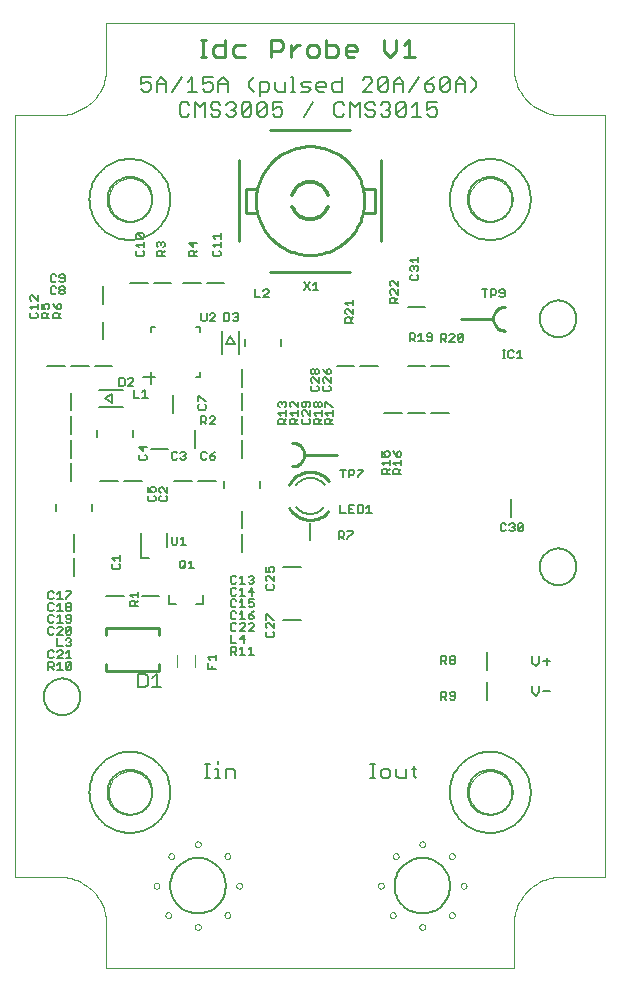
<source format=gto>
G75*
%MOIN*%
%OFA0B0*%
%FSLAX24Y24*%
%IPPOS*%
%LPD*%
%AMOC8*
5,1,8,0,0,1.08239X$1,22.5*
%
%ADD10C,0.0080*%
%ADD11C,0.0110*%
%ADD12C,0.0060*%
%ADD13C,0.0079*%
%ADD14C,0.0050*%
%ADD15C,0.0000*%
%ADD16C,0.0039*%
%ADD17C,0.0120*%
%ADD18C,0.0100*%
%ADD19C,0.0020*%
D10*
X007580Y007166D02*
X007582Y007221D01*
X007588Y007275D01*
X007598Y007329D01*
X007612Y007381D01*
X007629Y007433D01*
X007651Y007483D01*
X007676Y007532D01*
X007704Y007579D01*
X007736Y007623D01*
X007771Y007665D01*
X007809Y007704D01*
X007850Y007741D01*
X007893Y007774D01*
X007938Y007804D01*
X007986Y007831D01*
X008035Y007854D01*
X008086Y007874D01*
X008139Y007890D01*
X008192Y007902D01*
X008246Y007910D01*
X008301Y007914D01*
X008355Y007914D01*
X008410Y007910D01*
X008464Y007902D01*
X008517Y007890D01*
X008570Y007874D01*
X008621Y007854D01*
X008670Y007831D01*
X008718Y007804D01*
X008763Y007774D01*
X008806Y007741D01*
X008847Y007704D01*
X008885Y007665D01*
X008920Y007623D01*
X008952Y007579D01*
X008980Y007532D01*
X009005Y007483D01*
X009027Y007433D01*
X009044Y007381D01*
X009058Y007329D01*
X009068Y007275D01*
X009074Y007221D01*
X009076Y007166D01*
X009074Y007111D01*
X009068Y007057D01*
X009058Y007003D01*
X009044Y006951D01*
X009027Y006899D01*
X009005Y006849D01*
X008980Y006800D01*
X008952Y006753D01*
X008920Y006709D01*
X008885Y006667D01*
X008847Y006628D01*
X008806Y006591D01*
X008763Y006558D01*
X008718Y006528D01*
X008670Y006501D01*
X008621Y006478D01*
X008570Y006458D01*
X008517Y006442D01*
X008464Y006430D01*
X008410Y006422D01*
X008355Y006418D01*
X008301Y006418D01*
X008246Y006422D01*
X008192Y006430D01*
X008139Y006442D01*
X008086Y006458D01*
X008035Y006478D01*
X007986Y006501D01*
X007938Y006528D01*
X007893Y006558D01*
X007850Y006591D01*
X007809Y006628D01*
X007771Y006667D01*
X007736Y006709D01*
X007704Y006753D01*
X007676Y006800D01*
X007651Y006849D01*
X007629Y006899D01*
X007612Y006951D01*
X007598Y007003D01*
X007588Y007057D01*
X007582Y007111D01*
X007580Y007166D01*
X010829Y007639D02*
X010989Y007639D01*
X010909Y007639D02*
X010909Y008120D01*
X010829Y008120D02*
X010989Y008120D01*
X011172Y007959D02*
X011253Y007959D01*
X011253Y007639D01*
X011333Y007639D02*
X011172Y007639D01*
X011253Y008120D02*
X011253Y008200D01*
X011516Y007959D02*
X011516Y007639D01*
X011516Y007959D02*
X011756Y007959D01*
X011836Y007879D01*
X011836Y007639D01*
X016341Y007639D02*
X016501Y007639D01*
X016421Y007639D02*
X016421Y008120D01*
X016341Y008120D02*
X016501Y008120D01*
X016684Y007879D02*
X016684Y007719D01*
X016764Y007639D01*
X016924Y007639D01*
X017005Y007719D01*
X017005Y007879D01*
X016924Y007959D01*
X016764Y007959D01*
X016684Y007879D01*
X017200Y007959D02*
X017200Y007719D01*
X017280Y007639D01*
X017520Y007639D01*
X017520Y007959D01*
X017716Y007959D02*
X017876Y007959D01*
X017796Y008040D02*
X017796Y007719D01*
X017876Y007639D01*
X019588Y007166D02*
X019590Y007221D01*
X019596Y007275D01*
X019606Y007329D01*
X019620Y007381D01*
X019637Y007433D01*
X019659Y007483D01*
X019684Y007532D01*
X019712Y007579D01*
X019744Y007623D01*
X019779Y007665D01*
X019817Y007704D01*
X019858Y007741D01*
X019901Y007774D01*
X019946Y007804D01*
X019994Y007831D01*
X020043Y007854D01*
X020094Y007874D01*
X020147Y007890D01*
X020200Y007902D01*
X020254Y007910D01*
X020309Y007914D01*
X020363Y007914D01*
X020418Y007910D01*
X020472Y007902D01*
X020525Y007890D01*
X020578Y007874D01*
X020629Y007854D01*
X020678Y007831D01*
X020726Y007804D01*
X020771Y007774D01*
X020814Y007741D01*
X020855Y007704D01*
X020893Y007665D01*
X020928Y007623D01*
X020960Y007579D01*
X020988Y007532D01*
X021013Y007483D01*
X021035Y007433D01*
X021052Y007381D01*
X021066Y007329D01*
X021076Y007275D01*
X021082Y007221D01*
X021084Y007166D01*
X021082Y007111D01*
X021076Y007057D01*
X021066Y007003D01*
X021052Y006951D01*
X021035Y006899D01*
X021013Y006849D01*
X020988Y006800D01*
X020960Y006753D01*
X020928Y006709D01*
X020893Y006667D01*
X020855Y006628D01*
X020814Y006591D01*
X020771Y006558D01*
X020726Y006528D01*
X020678Y006501D01*
X020629Y006478D01*
X020578Y006458D01*
X020525Y006442D01*
X020472Y006430D01*
X020418Y006422D01*
X020363Y006418D01*
X020309Y006418D01*
X020254Y006422D01*
X020200Y006430D01*
X020147Y006442D01*
X020094Y006458D01*
X020043Y006478D01*
X019994Y006501D01*
X019946Y006528D01*
X019901Y006558D01*
X019858Y006591D01*
X019817Y006628D01*
X019779Y006667D01*
X019744Y006709D01*
X019712Y006753D01*
X019684Y006800D01*
X019659Y006849D01*
X019637Y006899D01*
X019620Y006951D01*
X019606Y007003D01*
X019596Y007057D01*
X019590Y007111D01*
X019588Y007166D01*
X019588Y026930D02*
X019590Y026985D01*
X019596Y027039D01*
X019606Y027093D01*
X019620Y027145D01*
X019637Y027197D01*
X019659Y027247D01*
X019684Y027296D01*
X019712Y027343D01*
X019744Y027387D01*
X019779Y027429D01*
X019817Y027468D01*
X019858Y027505D01*
X019901Y027538D01*
X019946Y027568D01*
X019994Y027595D01*
X020043Y027618D01*
X020094Y027638D01*
X020147Y027654D01*
X020200Y027666D01*
X020254Y027674D01*
X020309Y027678D01*
X020363Y027678D01*
X020418Y027674D01*
X020472Y027666D01*
X020525Y027654D01*
X020578Y027638D01*
X020629Y027618D01*
X020678Y027595D01*
X020726Y027568D01*
X020771Y027538D01*
X020814Y027505D01*
X020855Y027468D01*
X020893Y027429D01*
X020928Y027387D01*
X020960Y027343D01*
X020988Y027296D01*
X021013Y027247D01*
X021035Y027197D01*
X021052Y027145D01*
X021066Y027093D01*
X021076Y027039D01*
X021082Y026985D01*
X021084Y026930D01*
X021082Y026875D01*
X021076Y026821D01*
X021066Y026767D01*
X021052Y026715D01*
X021035Y026663D01*
X021013Y026613D01*
X020988Y026564D01*
X020960Y026517D01*
X020928Y026473D01*
X020893Y026431D01*
X020855Y026392D01*
X020814Y026355D01*
X020771Y026322D01*
X020726Y026292D01*
X020678Y026265D01*
X020629Y026242D01*
X020578Y026222D01*
X020525Y026206D01*
X020472Y026194D01*
X020418Y026186D01*
X020363Y026182D01*
X020309Y026182D01*
X020254Y026186D01*
X020200Y026194D01*
X020147Y026206D01*
X020094Y026222D01*
X020043Y026242D01*
X019994Y026265D01*
X019946Y026292D01*
X019901Y026322D01*
X019858Y026355D01*
X019817Y026392D01*
X019779Y026431D01*
X019744Y026473D01*
X019712Y026517D01*
X019684Y026564D01*
X019659Y026613D01*
X019637Y026663D01*
X019620Y026715D01*
X019606Y026767D01*
X019596Y026821D01*
X019590Y026875D01*
X019588Y026930D01*
X018480Y029686D02*
X018319Y029686D01*
X018239Y029767D01*
X018239Y029927D02*
X018399Y030007D01*
X018480Y030007D01*
X018560Y029927D01*
X018560Y029767D01*
X018480Y029686D01*
X018239Y029927D02*
X018239Y030167D01*
X018560Y030167D01*
X018394Y030526D02*
X018233Y030526D01*
X018153Y030607D01*
X018153Y030767D01*
X018394Y030767D01*
X018474Y030687D01*
X018474Y030607D01*
X018394Y030526D01*
X018669Y030607D02*
X018989Y030927D01*
X018989Y030607D01*
X018909Y030526D01*
X018749Y030526D01*
X018669Y030607D01*
X018669Y030927D01*
X018749Y031007D01*
X018909Y031007D01*
X018989Y030927D01*
X019185Y030847D02*
X019185Y030526D01*
X019185Y030767D02*
X019505Y030767D01*
X019505Y030847D02*
X019505Y030526D01*
X019700Y030526D02*
X019860Y030687D01*
X019860Y030847D01*
X019700Y031007D01*
X019505Y030847D02*
X019345Y031007D01*
X019185Y030847D01*
X018474Y031007D02*
X018313Y030927D01*
X018153Y030767D01*
X017958Y031007D02*
X017638Y030526D01*
X017442Y030526D02*
X017442Y030847D01*
X017282Y031007D01*
X017122Y030847D01*
X017122Y030526D01*
X016927Y030607D02*
X016847Y030526D01*
X016687Y030526D01*
X016606Y030607D01*
X016927Y030927D01*
X016927Y030607D01*
X017122Y030767D02*
X017442Y030767D01*
X016927Y030927D02*
X016847Y031007D01*
X016687Y031007D01*
X016606Y030927D01*
X016606Y030607D01*
X016411Y030526D02*
X016091Y030526D01*
X016411Y030847D01*
X016411Y030927D01*
X016331Y031007D01*
X016171Y031007D01*
X016091Y030927D01*
X015981Y030167D02*
X015981Y029686D01*
X016177Y029767D02*
X016257Y029686D01*
X016417Y029686D01*
X016497Y029767D01*
X016497Y029847D01*
X016417Y029927D01*
X016257Y029927D01*
X016177Y030007D01*
X016177Y030087D01*
X016257Y030167D01*
X016417Y030167D01*
X016497Y030087D01*
X016692Y030087D02*
X016772Y030167D01*
X016933Y030167D01*
X017013Y030087D01*
X017013Y030007D01*
X016933Y029927D01*
X017013Y029847D01*
X017013Y029767D01*
X016933Y029686D01*
X016772Y029686D01*
X016692Y029767D01*
X016853Y029927D02*
X016933Y029927D01*
X017208Y029767D02*
X017208Y030087D01*
X017288Y030167D01*
X017448Y030167D01*
X017528Y030087D01*
X017208Y029767D01*
X017288Y029686D01*
X017448Y029686D01*
X017528Y029767D01*
X017528Y030087D01*
X017724Y030007D02*
X017884Y030167D01*
X017884Y029686D01*
X017724Y029686D02*
X018044Y029686D01*
X015981Y030167D02*
X015821Y030007D01*
X015661Y030167D01*
X015661Y029686D01*
X015466Y029767D02*
X015386Y029686D01*
X015226Y029686D01*
X015145Y029767D01*
X015145Y030087D01*
X015226Y030167D01*
X015386Y030167D01*
X015466Y030087D01*
X015380Y030526D02*
X015140Y030526D01*
X015060Y030607D01*
X015060Y030767D01*
X015140Y030847D01*
X015380Y030847D01*
X015380Y031007D02*
X015380Y030526D01*
X014864Y030687D02*
X014544Y030687D01*
X014544Y030767D02*
X014624Y030847D01*
X014784Y030847D01*
X014864Y030767D01*
X014864Y030687D01*
X014784Y030526D02*
X014624Y030526D01*
X014544Y030607D01*
X014544Y030767D01*
X014349Y030847D02*
X014108Y030847D01*
X014028Y030767D01*
X014108Y030687D01*
X014268Y030687D01*
X014349Y030607D01*
X014268Y030526D01*
X014028Y030526D01*
X013845Y030526D02*
X013684Y030526D01*
X013765Y030526D02*
X013765Y031007D01*
X013684Y031007D01*
X013489Y030847D02*
X013489Y030526D01*
X013249Y030526D01*
X013169Y030607D01*
X013169Y030847D01*
X012973Y030767D02*
X012973Y030607D01*
X012893Y030526D01*
X012653Y030526D01*
X012653Y030366D02*
X012653Y030847D01*
X012893Y030847D01*
X012973Y030767D01*
X012470Y031007D02*
X012309Y030847D01*
X012309Y030687D01*
X012470Y030526D01*
X012647Y030167D02*
X012807Y030167D01*
X012888Y030087D01*
X012567Y029767D01*
X012647Y029686D01*
X012807Y029686D01*
X012888Y029767D01*
X012888Y030087D01*
X013083Y030167D02*
X013083Y029927D01*
X013243Y030007D01*
X013323Y030007D01*
X013403Y029927D01*
X013403Y029767D01*
X013323Y029686D01*
X013163Y029686D01*
X013083Y029767D01*
X013083Y030167D02*
X013403Y030167D01*
X014114Y029686D02*
X014434Y030167D01*
X012647Y030167D02*
X012567Y030087D01*
X012567Y029767D01*
X012372Y029767D02*
X012372Y030087D01*
X012052Y029767D01*
X012132Y029686D01*
X012292Y029686D01*
X012372Y029767D01*
X012372Y030087D02*
X012292Y030167D01*
X012132Y030167D01*
X012052Y030087D01*
X012052Y029767D01*
X011856Y029767D02*
X011856Y029847D01*
X011776Y029927D01*
X011696Y029927D01*
X011776Y029927D02*
X011856Y030007D01*
X011856Y030087D01*
X011776Y030167D01*
X011616Y030167D01*
X011536Y030087D01*
X011341Y030087D02*
X011261Y030167D01*
X011100Y030167D01*
X011020Y030087D01*
X011020Y030007D01*
X011100Y029927D01*
X011261Y029927D01*
X011341Y029847D01*
X011341Y029767D01*
X011261Y029686D01*
X011100Y029686D01*
X011020Y029767D01*
X010825Y029686D02*
X010825Y030167D01*
X010665Y030007D01*
X010505Y030167D01*
X010505Y029686D01*
X010309Y029767D02*
X010229Y029686D01*
X010069Y029686D01*
X009989Y029767D01*
X009989Y030087D01*
X010069Y030167D01*
X010229Y030167D01*
X010309Y030087D01*
X010247Y030526D02*
X010567Y030526D01*
X010407Y030526D02*
X010407Y031007D01*
X010247Y030847D01*
X010052Y031007D02*
X009731Y030526D01*
X009536Y030526D02*
X009536Y030847D01*
X009376Y031007D01*
X009216Y030847D01*
X009216Y030526D01*
X009020Y030607D02*
X008940Y030526D01*
X008780Y030526D01*
X008700Y030607D01*
X008700Y030767D02*
X008860Y030847D01*
X008940Y030847D01*
X009020Y030767D01*
X009020Y030607D01*
X009216Y030767D02*
X009536Y030767D01*
X009020Y031007D02*
X008700Y031007D01*
X008700Y030767D01*
X010763Y030767D02*
X010923Y030847D01*
X011003Y030847D01*
X011083Y030767D01*
X011083Y030607D01*
X011003Y030526D01*
X010843Y030526D01*
X010763Y030607D01*
X010763Y030767D02*
X010763Y031007D01*
X011083Y031007D01*
X011278Y030847D02*
X011438Y031007D01*
X011598Y030847D01*
X011598Y030526D01*
X011598Y030767D02*
X011278Y030767D01*
X011278Y030847D02*
X011278Y030526D01*
X011536Y029767D02*
X011616Y029686D01*
X011776Y029686D01*
X011856Y029767D01*
X007580Y026930D02*
X007582Y026985D01*
X007588Y027039D01*
X007598Y027093D01*
X007612Y027145D01*
X007629Y027197D01*
X007651Y027247D01*
X007676Y027296D01*
X007704Y027343D01*
X007736Y027387D01*
X007771Y027429D01*
X007809Y027468D01*
X007850Y027505D01*
X007893Y027538D01*
X007938Y027568D01*
X007986Y027595D01*
X008035Y027618D01*
X008086Y027638D01*
X008139Y027654D01*
X008192Y027666D01*
X008246Y027674D01*
X008301Y027678D01*
X008355Y027678D01*
X008410Y027674D01*
X008464Y027666D01*
X008517Y027654D01*
X008570Y027638D01*
X008621Y027618D01*
X008670Y027595D01*
X008718Y027568D01*
X008763Y027538D01*
X008806Y027505D01*
X008847Y027468D01*
X008885Y027429D01*
X008920Y027387D01*
X008952Y027343D01*
X008980Y027296D01*
X009005Y027247D01*
X009027Y027197D01*
X009044Y027145D01*
X009058Y027093D01*
X009068Y027039D01*
X009074Y026985D01*
X009076Y026930D01*
X009074Y026875D01*
X009068Y026821D01*
X009058Y026767D01*
X009044Y026715D01*
X009027Y026663D01*
X009005Y026613D01*
X008980Y026564D01*
X008952Y026517D01*
X008920Y026473D01*
X008885Y026431D01*
X008847Y026392D01*
X008806Y026355D01*
X008763Y026322D01*
X008718Y026292D01*
X008670Y026265D01*
X008621Y026242D01*
X008570Y026222D01*
X008517Y026206D01*
X008464Y026194D01*
X008410Y026186D01*
X008355Y026182D01*
X008301Y026182D01*
X008246Y026186D01*
X008192Y026194D01*
X008139Y026206D01*
X008086Y026222D01*
X008035Y026242D01*
X007986Y026265D01*
X007938Y026292D01*
X007893Y026322D01*
X007850Y026355D01*
X007809Y026392D01*
X007771Y026431D01*
X007736Y026473D01*
X007704Y026517D01*
X007676Y026564D01*
X007651Y026613D01*
X007629Y026663D01*
X007612Y026715D01*
X007598Y026767D01*
X007588Y026821D01*
X007582Y026875D01*
X007580Y026930D01*
D11*
X010681Y031670D02*
X010878Y031670D01*
X010779Y031670D02*
X010779Y032260D01*
X010681Y032260D02*
X010878Y032260D01*
X011111Y031965D02*
X011209Y032064D01*
X011504Y032064D01*
X011504Y032260D02*
X011504Y031670D01*
X011209Y031670D01*
X011111Y031768D01*
X011111Y031965D01*
X011755Y031965D02*
X011755Y031768D01*
X011854Y031670D01*
X012149Y031670D01*
X012149Y032064D02*
X011854Y032064D01*
X011755Y031965D01*
X013044Y031867D02*
X013339Y031867D01*
X013438Y031965D01*
X013438Y032162D01*
X013339Y032260D01*
X013044Y032260D01*
X013044Y031670D01*
X013689Y031670D02*
X013689Y032064D01*
X013689Y031867D02*
X013886Y032064D01*
X013984Y032064D01*
X014226Y031965D02*
X014226Y031768D01*
X014324Y031670D01*
X014521Y031670D01*
X014620Y031768D01*
X014620Y031965D01*
X014521Y032064D01*
X014324Y032064D01*
X014226Y031965D01*
X014870Y032064D02*
X015166Y032064D01*
X015264Y031965D01*
X015264Y031768D01*
X015166Y031670D01*
X014870Y031670D01*
X014870Y032260D01*
X015515Y031965D02*
X015613Y032064D01*
X015810Y032064D01*
X015909Y031965D01*
X015909Y031867D01*
X015515Y031867D01*
X015515Y031965D02*
X015515Y031768D01*
X015613Y031670D01*
X015810Y031670D01*
X016804Y031867D02*
X017001Y031670D01*
X017198Y031867D01*
X017198Y032260D01*
X017449Y032064D02*
X017645Y032260D01*
X017645Y031670D01*
X017449Y031670D02*
X017842Y031670D01*
X016804Y031867D02*
X016804Y032260D01*
D12*
X018986Y026930D02*
X018988Y027003D01*
X018994Y027076D01*
X019004Y027148D01*
X019018Y027220D01*
X019035Y027291D01*
X019057Y027361D01*
X019082Y027430D01*
X019111Y027497D01*
X019143Y027562D01*
X019179Y027626D01*
X019219Y027688D01*
X019261Y027747D01*
X019307Y027804D01*
X019356Y027858D01*
X019408Y027910D01*
X019462Y027959D01*
X019519Y028005D01*
X019578Y028047D01*
X019640Y028087D01*
X019704Y028123D01*
X019769Y028155D01*
X019836Y028184D01*
X019905Y028209D01*
X019975Y028231D01*
X020046Y028248D01*
X020118Y028262D01*
X020190Y028272D01*
X020263Y028278D01*
X020336Y028280D01*
X020409Y028278D01*
X020482Y028272D01*
X020554Y028262D01*
X020626Y028248D01*
X020697Y028231D01*
X020767Y028209D01*
X020836Y028184D01*
X020903Y028155D01*
X020968Y028123D01*
X021032Y028087D01*
X021094Y028047D01*
X021153Y028005D01*
X021210Y027959D01*
X021264Y027910D01*
X021316Y027858D01*
X021365Y027804D01*
X021411Y027747D01*
X021453Y027688D01*
X021493Y027626D01*
X021529Y027562D01*
X021561Y027497D01*
X021590Y027430D01*
X021615Y027361D01*
X021637Y027291D01*
X021654Y027220D01*
X021668Y027148D01*
X021678Y027076D01*
X021684Y027003D01*
X021686Y026930D01*
X021684Y026857D01*
X021678Y026784D01*
X021668Y026712D01*
X021654Y026640D01*
X021637Y026569D01*
X021615Y026499D01*
X021590Y026430D01*
X021561Y026363D01*
X021529Y026298D01*
X021493Y026234D01*
X021453Y026172D01*
X021411Y026113D01*
X021365Y026056D01*
X021316Y026002D01*
X021264Y025950D01*
X021210Y025901D01*
X021153Y025855D01*
X021094Y025813D01*
X021032Y025773D01*
X020968Y025737D01*
X020903Y025705D01*
X020836Y025676D01*
X020767Y025651D01*
X020697Y025629D01*
X020626Y025612D01*
X020554Y025598D01*
X020482Y025588D01*
X020409Y025582D01*
X020336Y025580D01*
X020263Y025582D01*
X020190Y025588D01*
X020118Y025598D01*
X020046Y025612D01*
X019975Y025629D01*
X019905Y025651D01*
X019836Y025676D01*
X019769Y025705D01*
X019704Y025737D01*
X019640Y025773D01*
X019578Y025813D01*
X019519Y025855D01*
X019462Y025901D01*
X019408Y025950D01*
X019356Y026002D01*
X019307Y026056D01*
X019261Y026113D01*
X019219Y026172D01*
X019179Y026234D01*
X019143Y026298D01*
X019111Y026363D01*
X019082Y026430D01*
X019057Y026499D01*
X019035Y026569D01*
X019018Y026640D01*
X019004Y026712D01*
X018994Y026784D01*
X018988Y026857D01*
X018986Y026930D01*
X011950Y022560D02*
X011950Y021772D01*
X011832Y022127D02*
X011517Y022127D01*
X011675Y022363D01*
X011832Y022127D01*
X011399Y021772D02*
X011399Y022560D01*
X010664Y022523D02*
X010664Y022663D01*
X010524Y022663D01*
X010664Y021163D02*
X010664Y021023D01*
X010524Y021023D01*
X009164Y021023D02*
X009024Y021023D01*
X008774Y021023D01*
X009024Y021023D02*
X009024Y020773D01*
X009024Y021023D02*
X009024Y021163D01*
X008092Y020572D02*
X007304Y020572D01*
X007501Y020296D02*
X007738Y020139D01*
X007738Y020454D01*
X007501Y020296D01*
X007304Y020020D02*
X008092Y020020D01*
X009024Y022523D02*
X009024Y022663D01*
X009164Y022663D01*
X006978Y026930D02*
X006980Y027003D01*
X006986Y027076D01*
X006996Y027148D01*
X007010Y027220D01*
X007027Y027291D01*
X007049Y027361D01*
X007074Y027430D01*
X007103Y027497D01*
X007135Y027562D01*
X007171Y027626D01*
X007211Y027688D01*
X007253Y027747D01*
X007299Y027804D01*
X007348Y027858D01*
X007400Y027910D01*
X007454Y027959D01*
X007511Y028005D01*
X007570Y028047D01*
X007632Y028087D01*
X007696Y028123D01*
X007761Y028155D01*
X007828Y028184D01*
X007897Y028209D01*
X007967Y028231D01*
X008038Y028248D01*
X008110Y028262D01*
X008182Y028272D01*
X008255Y028278D01*
X008328Y028280D01*
X008401Y028278D01*
X008474Y028272D01*
X008546Y028262D01*
X008618Y028248D01*
X008689Y028231D01*
X008759Y028209D01*
X008828Y028184D01*
X008895Y028155D01*
X008960Y028123D01*
X009024Y028087D01*
X009086Y028047D01*
X009145Y028005D01*
X009202Y027959D01*
X009256Y027910D01*
X009308Y027858D01*
X009357Y027804D01*
X009403Y027747D01*
X009445Y027688D01*
X009485Y027626D01*
X009521Y027562D01*
X009553Y027497D01*
X009582Y027430D01*
X009607Y027361D01*
X009629Y027291D01*
X009646Y027220D01*
X009660Y027148D01*
X009670Y027076D01*
X009676Y027003D01*
X009678Y026930D01*
X009676Y026857D01*
X009670Y026784D01*
X009660Y026712D01*
X009646Y026640D01*
X009629Y026569D01*
X009607Y026499D01*
X009582Y026430D01*
X009553Y026363D01*
X009521Y026298D01*
X009485Y026234D01*
X009445Y026172D01*
X009403Y026113D01*
X009357Y026056D01*
X009308Y026002D01*
X009256Y025950D01*
X009202Y025901D01*
X009145Y025855D01*
X009086Y025813D01*
X009024Y025773D01*
X008960Y025737D01*
X008895Y025705D01*
X008828Y025676D01*
X008759Y025651D01*
X008689Y025629D01*
X008618Y025612D01*
X008546Y025598D01*
X008474Y025588D01*
X008401Y025582D01*
X008328Y025580D01*
X008255Y025582D01*
X008182Y025588D01*
X008110Y025598D01*
X008038Y025612D01*
X007967Y025629D01*
X007897Y025651D01*
X007828Y025676D01*
X007761Y025705D01*
X007696Y025737D01*
X007632Y025773D01*
X007570Y025813D01*
X007511Y025855D01*
X007454Y025901D01*
X007400Y025950D01*
X007348Y026002D01*
X007299Y026056D01*
X007253Y026113D01*
X007211Y026172D01*
X007171Y026234D01*
X007135Y026298D01*
X007103Y026363D01*
X007074Y026430D01*
X007049Y026499D01*
X007027Y026569D01*
X007010Y026640D01*
X006996Y026712D01*
X006986Y026784D01*
X006980Y026857D01*
X006978Y026930D01*
X014332Y017648D02*
X014379Y017646D01*
X014427Y017640D01*
X014473Y017631D01*
X014519Y017618D01*
X014563Y017602D01*
X014607Y017581D01*
X014648Y017558D01*
X014687Y017532D01*
X014724Y017502D01*
X014759Y017469D01*
X014791Y017434D01*
X014820Y017397D01*
X014332Y016448D02*
X014287Y016450D01*
X014241Y016455D01*
X014197Y016463D01*
X014153Y016475D01*
X014110Y016491D01*
X014068Y016509D01*
X014028Y016531D01*
X013990Y016555D01*
X013954Y016582D01*
X013919Y016612D01*
X013888Y016645D01*
X013858Y016680D01*
X014332Y016448D02*
X014377Y016450D01*
X014423Y016455D01*
X014467Y016463D01*
X014511Y016475D01*
X014554Y016491D01*
X014596Y016509D01*
X014636Y016531D01*
X014674Y016555D01*
X014710Y016582D01*
X014745Y016612D01*
X014776Y016645D01*
X014806Y016680D01*
X014332Y017648D02*
X014286Y017646D01*
X014240Y017641D01*
X014194Y017632D01*
X014149Y017620D01*
X014106Y017604D01*
X014064Y017585D01*
X014023Y017562D01*
X013984Y017537D01*
X013948Y017509D01*
X013913Y017478D01*
X013881Y017444D01*
X013852Y017408D01*
X010758Y013762D02*
X010758Y013442D01*
X010538Y013442D01*
X009858Y013442D02*
X009638Y013442D01*
X009638Y013762D01*
X006978Y007166D02*
X006980Y007239D01*
X006986Y007312D01*
X006996Y007384D01*
X007010Y007456D01*
X007027Y007527D01*
X007049Y007597D01*
X007074Y007666D01*
X007103Y007733D01*
X007135Y007798D01*
X007171Y007862D01*
X007211Y007924D01*
X007253Y007983D01*
X007299Y008040D01*
X007348Y008094D01*
X007400Y008146D01*
X007454Y008195D01*
X007511Y008241D01*
X007570Y008283D01*
X007632Y008323D01*
X007696Y008359D01*
X007761Y008391D01*
X007828Y008420D01*
X007897Y008445D01*
X007967Y008467D01*
X008038Y008484D01*
X008110Y008498D01*
X008182Y008508D01*
X008255Y008514D01*
X008328Y008516D01*
X008401Y008514D01*
X008474Y008508D01*
X008546Y008498D01*
X008618Y008484D01*
X008689Y008467D01*
X008759Y008445D01*
X008828Y008420D01*
X008895Y008391D01*
X008960Y008359D01*
X009024Y008323D01*
X009086Y008283D01*
X009145Y008241D01*
X009202Y008195D01*
X009256Y008146D01*
X009308Y008094D01*
X009357Y008040D01*
X009403Y007983D01*
X009445Y007924D01*
X009485Y007862D01*
X009521Y007798D01*
X009553Y007733D01*
X009582Y007666D01*
X009607Y007597D01*
X009629Y007527D01*
X009646Y007456D01*
X009660Y007384D01*
X009670Y007312D01*
X009676Y007239D01*
X009678Y007166D01*
X009676Y007093D01*
X009670Y007020D01*
X009660Y006948D01*
X009646Y006876D01*
X009629Y006805D01*
X009607Y006735D01*
X009582Y006666D01*
X009553Y006599D01*
X009521Y006534D01*
X009485Y006470D01*
X009445Y006408D01*
X009403Y006349D01*
X009357Y006292D01*
X009308Y006238D01*
X009256Y006186D01*
X009202Y006137D01*
X009145Y006091D01*
X009086Y006049D01*
X009024Y006009D01*
X008960Y005973D01*
X008895Y005941D01*
X008828Y005912D01*
X008759Y005887D01*
X008689Y005865D01*
X008618Y005848D01*
X008546Y005834D01*
X008474Y005824D01*
X008401Y005818D01*
X008328Y005816D01*
X008255Y005818D01*
X008182Y005824D01*
X008110Y005834D01*
X008038Y005848D01*
X007967Y005865D01*
X007897Y005887D01*
X007828Y005912D01*
X007761Y005941D01*
X007696Y005973D01*
X007632Y006009D01*
X007570Y006049D01*
X007511Y006091D01*
X007454Y006137D01*
X007400Y006186D01*
X007348Y006238D01*
X007299Y006292D01*
X007253Y006349D01*
X007211Y006408D01*
X007171Y006470D01*
X007135Y006534D01*
X007103Y006599D01*
X007074Y006666D01*
X007049Y006735D01*
X007027Y006805D01*
X007010Y006876D01*
X006996Y006948D01*
X006986Y007020D01*
X006980Y007093D01*
X006978Y007166D01*
X009667Y004056D02*
X009669Y004116D01*
X009675Y004177D01*
X009685Y004236D01*
X009699Y004295D01*
X009716Y004353D01*
X009737Y004410D01*
X009762Y004465D01*
X009791Y004518D01*
X009823Y004570D01*
X009858Y004619D01*
X009897Y004666D01*
X009938Y004710D01*
X009982Y004751D01*
X010029Y004790D01*
X010078Y004825D01*
X010129Y004857D01*
X010183Y004886D01*
X010238Y004911D01*
X010295Y004932D01*
X010353Y004949D01*
X010412Y004963D01*
X010471Y004973D01*
X010532Y004979D01*
X010592Y004981D01*
X010652Y004979D01*
X010713Y004973D01*
X010772Y004963D01*
X010831Y004949D01*
X010889Y004932D01*
X010946Y004911D01*
X011001Y004886D01*
X011054Y004857D01*
X011106Y004825D01*
X011155Y004790D01*
X011202Y004751D01*
X011246Y004710D01*
X011287Y004666D01*
X011326Y004619D01*
X011361Y004570D01*
X011393Y004519D01*
X011422Y004465D01*
X011447Y004410D01*
X011468Y004353D01*
X011485Y004295D01*
X011499Y004236D01*
X011509Y004177D01*
X011515Y004116D01*
X011517Y004056D01*
X011515Y003996D01*
X011509Y003935D01*
X011499Y003876D01*
X011485Y003817D01*
X011468Y003759D01*
X011447Y003702D01*
X011422Y003647D01*
X011393Y003594D01*
X011361Y003542D01*
X011326Y003493D01*
X011287Y003446D01*
X011246Y003402D01*
X011202Y003361D01*
X011155Y003322D01*
X011106Y003287D01*
X011055Y003255D01*
X011001Y003226D01*
X010946Y003201D01*
X010889Y003180D01*
X010831Y003163D01*
X010772Y003149D01*
X010713Y003139D01*
X010652Y003133D01*
X010592Y003131D01*
X010532Y003133D01*
X010471Y003139D01*
X010412Y003149D01*
X010353Y003163D01*
X010295Y003180D01*
X010238Y003201D01*
X010183Y003226D01*
X010130Y003255D01*
X010078Y003287D01*
X010029Y003322D01*
X009982Y003361D01*
X009938Y003402D01*
X009897Y003446D01*
X009858Y003493D01*
X009823Y003542D01*
X009791Y003593D01*
X009762Y003647D01*
X009737Y003702D01*
X009716Y003759D01*
X009699Y003817D01*
X009685Y003876D01*
X009675Y003935D01*
X009669Y003996D01*
X009667Y004056D01*
X017147Y004056D02*
X017149Y004116D01*
X017155Y004177D01*
X017165Y004236D01*
X017179Y004295D01*
X017196Y004353D01*
X017217Y004410D01*
X017242Y004465D01*
X017271Y004518D01*
X017303Y004570D01*
X017338Y004619D01*
X017377Y004666D01*
X017418Y004710D01*
X017462Y004751D01*
X017509Y004790D01*
X017558Y004825D01*
X017609Y004857D01*
X017663Y004886D01*
X017718Y004911D01*
X017775Y004932D01*
X017833Y004949D01*
X017892Y004963D01*
X017951Y004973D01*
X018012Y004979D01*
X018072Y004981D01*
X018132Y004979D01*
X018193Y004973D01*
X018252Y004963D01*
X018311Y004949D01*
X018369Y004932D01*
X018426Y004911D01*
X018481Y004886D01*
X018534Y004857D01*
X018586Y004825D01*
X018635Y004790D01*
X018682Y004751D01*
X018726Y004710D01*
X018767Y004666D01*
X018806Y004619D01*
X018841Y004570D01*
X018873Y004519D01*
X018902Y004465D01*
X018927Y004410D01*
X018948Y004353D01*
X018965Y004295D01*
X018979Y004236D01*
X018989Y004177D01*
X018995Y004116D01*
X018997Y004056D01*
X018995Y003996D01*
X018989Y003935D01*
X018979Y003876D01*
X018965Y003817D01*
X018948Y003759D01*
X018927Y003702D01*
X018902Y003647D01*
X018873Y003594D01*
X018841Y003542D01*
X018806Y003493D01*
X018767Y003446D01*
X018726Y003402D01*
X018682Y003361D01*
X018635Y003322D01*
X018586Y003287D01*
X018535Y003255D01*
X018481Y003226D01*
X018426Y003201D01*
X018369Y003180D01*
X018311Y003163D01*
X018252Y003149D01*
X018193Y003139D01*
X018132Y003133D01*
X018072Y003131D01*
X018012Y003133D01*
X017951Y003139D01*
X017892Y003149D01*
X017833Y003163D01*
X017775Y003180D01*
X017718Y003201D01*
X017663Y003226D01*
X017610Y003255D01*
X017558Y003287D01*
X017509Y003322D01*
X017462Y003361D01*
X017418Y003402D01*
X017377Y003446D01*
X017338Y003493D01*
X017303Y003542D01*
X017271Y003593D01*
X017242Y003647D01*
X017217Y003702D01*
X017196Y003759D01*
X017179Y003817D01*
X017165Y003876D01*
X017155Y003935D01*
X017149Y003996D01*
X017147Y004056D01*
X018986Y007166D02*
X018988Y007239D01*
X018994Y007312D01*
X019004Y007384D01*
X019018Y007456D01*
X019035Y007527D01*
X019057Y007597D01*
X019082Y007666D01*
X019111Y007733D01*
X019143Y007798D01*
X019179Y007862D01*
X019219Y007924D01*
X019261Y007983D01*
X019307Y008040D01*
X019356Y008094D01*
X019408Y008146D01*
X019462Y008195D01*
X019519Y008241D01*
X019578Y008283D01*
X019640Y008323D01*
X019704Y008359D01*
X019769Y008391D01*
X019836Y008420D01*
X019905Y008445D01*
X019975Y008467D01*
X020046Y008484D01*
X020118Y008498D01*
X020190Y008508D01*
X020263Y008514D01*
X020336Y008516D01*
X020409Y008514D01*
X020482Y008508D01*
X020554Y008498D01*
X020626Y008484D01*
X020697Y008467D01*
X020767Y008445D01*
X020836Y008420D01*
X020903Y008391D01*
X020968Y008359D01*
X021032Y008323D01*
X021094Y008283D01*
X021153Y008241D01*
X021210Y008195D01*
X021264Y008146D01*
X021316Y008094D01*
X021365Y008040D01*
X021411Y007983D01*
X021453Y007924D01*
X021493Y007862D01*
X021529Y007798D01*
X021561Y007733D01*
X021590Y007666D01*
X021615Y007597D01*
X021637Y007527D01*
X021654Y007456D01*
X021668Y007384D01*
X021678Y007312D01*
X021684Y007239D01*
X021686Y007166D01*
X021684Y007093D01*
X021678Y007020D01*
X021668Y006948D01*
X021654Y006876D01*
X021637Y006805D01*
X021615Y006735D01*
X021590Y006666D01*
X021561Y006599D01*
X021529Y006534D01*
X021493Y006470D01*
X021453Y006408D01*
X021411Y006349D01*
X021365Y006292D01*
X021316Y006238D01*
X021264Y006186D01*
X021210Y006137D01*
X021153Y006091D01*
X021094Y006049D01*
X021032Y006009D01*
X020968Y005973D01*
X020903Y005941D01*
X020836Y005912D01*
X020767Y005887D01*
X020697Y005865D01*
X020626Y005848D01*
X020554Y005834D01*
X020482Y005824D01*
X020409Y005818D01*
X020336Y005816D01*
X020263Y005818D01*
X020190Y005824D01*
X020118Y005834D01*
X020046Y005848D01*
X019975Y005865D01*
X019905Y005887D01*
X019836Y005912D01*
X019769Y005941D01*
X019704Y005973D01*
X019640Y006009D01*
X019578Y006049D01*
X019519Y006091D01*
X019462Y006137D01*
X019408Y006186D01*
X019356Y006238D01*
X019307Y006292D01*
X019261Y006349D01*
X019219Y006408D01*
X019179Y006470D01*
X019143Y006534D01*
X019111Y006599D01*
X019082Y006666D01*
X019057Y006735D01*
X019035Y006805D01*
X019018Y006876D01*
X019004Y006948D01*
X018994Y007020D01*
X018988Y007093D01*
X018986Y007166D01*
X021857Y010385D02*
X021744Y010499D01*
X021744Y010725D01*
X021971Y010725D02*
X021971Y010499D01*
X021857Y010385D01*
X022112Y010555D02*
X022339Y010555D01*
X022226Y011426D02*
X022226Y011653D01*
X022339Y011540D02*
X022112Y011540D01*
X021971Y011483D02*
X021971Y011710D01*
X021744Y011710D02*
X021744Y011483D01*
X021857Y011369D01*
X021971Y011483D01*
D13*
X020238Y011241D02*
X020238Y011831D01*
X020238Y010847D02*
X020238Y010257D01*
X021025Y016359D02*
X021025Y016950D01*
X018958Y019804D02*
X018367Y019804D01*
X018171Y019804D02*
X017580Y019804D01*
X017383Y019804D02*
X016793Y019804D01*
X016596Y021379D02*
X016005Y021379D01*
X015808Y021379D02*
X015218Y021379D01*
X017580Y021379D02*
X018171Y021379D01*
X018367Y021379D02*
X018958Y021379D01*
X018171Y023347D02*
X017580Y023347D01*
X014332Y016162D02*
X014332Y015572D01*
X014037Y014686D02*
X013446Y014686D01*
X012068Y015178D02*
X012068Y015769D01*
X012068Y015965D02*
X012068Y016556D01*
X011182Y017540D02*
X010592Y017540D01*
X010395Y017540D02*
X009804Y017540D01*
X009608Y018623D02*
X009017Y018623D01*
X008722Y017540D02*
X008131Y017540D01*
X007934Y017540D02*
X007344Y017540D01*
X006360Y017540D02*
X006360Y018131D01*
X006360Y018328D02*
X006360Y018918D01*
X006360Y019115D02*
X006360Y019706D01*
X006360Y019902D02*
X006360Y020493D01*
X006360Y021379D02*
X006950Y021379D01*
X007147Y021379D02*
X007738Y021379D01*
X007442Y022265D02*
X007442Y022855D01*
X007442Y023446D02*
X007442Y024036D01*
X008328Y024135D02*
X008919Y024135D01*
X009115Y024135D02*
X009706Y024135D01*
X010100Y024135D02*
X010690Y024135D01*
X010887Y024135D02*
X011478Y024135D01*
X012068Y021280D02*
X012068Y020690D01*
X012068Y020493D02*
X012068Y019902D01*
X012068Y019706D02*
X012068Y019115D01*
X012068Y018918D02*
X012068Y018328D01*
X010513Y018643D02*
X010513Y019233D01*
X009765Y019824D02*
X009765Y020414D01*
X006458Y015769D02*
X006458Y015178D01*
X006458Y014981D02*
X006458Y014391D01*
X007541Y013702D02*
X008131Y013702D01*
X008722Y013702D02*
X009312Y013702D01*
X013446Y012914D02*
X014037Y012914D01*
X006163Y021379D02*
X005572Y021379D01*
D14*
X005557Y022979D02*
X005557Y023111D01*
X005513Y023155D01*
X005425Y023155D01*
X005380Y023111D01*
X005380Y022979D01*
X005646Y022979D01*
X005557Y023067D02*
X005646Y023155D01*
X005601Y023269D02*
X005646Y023313D01*
X005646Y023401D01*
X005601Y023445D01*
X005513Y023445D01*
X005469Y023401D01*
X005469Y023357D01*
X005513Y023269D01*
X005380Y023269D01*
X005380Y023445D01*
X005252Y023445D02*
X005252Y023269D01*
X005252Y023357D02*
X004987Y023357D01*
X005075Y023269D01*
X005031Y023155D02*
X004987Y023111D01*
X004987Y023023D01*
X005031Y022979D01*
X005208Y022979D01*
X005252Y023023D01*
X005252Y023111D01*
X005208Y023155D01*
X005252Y023559D02*
X005075Y023735D01*
X005031Y023735D01*
X004987Y023691D01*
X004987Y023603D01*
X005031Y023559D01*
X005252Y023559D02*
X005252Y023735D01*
X005688Y023818D02*
X005732Y023774D01*
X005820Y023774D01*
X005865Y023818D01*
X005978Y023818D02*
X005978Y023862D01*
X006022Y023906D01*
X006110Y023906D01*
X006155Y023862D01*
X006155Y023818D01*
X006110Y023774D01*
X006022Y023774D01*
X005978Y023818D01*
X006022Y023906D02*
X005978Y023951D01*
X005978Y023995D01*
X006022Y024039D01*
X006110Y024039D01*
X006155Y023995D01*
X006155Y023951D01*
X006110Y023906D01*
X005865Y023995D02*
X005820Y024039D01*
X005732Y024039D01*
X005688Y023995D01*
X005688Y023818D01*
X005732Y024168D02*
X005820Y024168D01*
X005865Y024212D01*
X005978Y024212D02*
X006022Y024168D01*
X006110Y024168D01*
X006155Y024212D01*
X006155Y024389D01*
X006110Y024433D01*
X006022Y024433D01*
X005978Y024389D01*
X005978Y024344D01*
X006022Y024300D01*
X006155Y024300D01*
X005865Y024389D02*
X005820Y024433D01*
X005732Y024433D01*
X005688Y024389D01*
X005688Y024212D01*
X005732Y024168D01*
X005774Y023445D02*
X005818Y023357D01*
X005907Y023269D01*
X005907Y023401D01*
X005951Y023445D01*
X005995Y023445D01*
X006039Y023401D01*
X006039Y023313D01*
X005995Y023269D01*
X005907Y023269D01*
X005907Y023155D02*
X005951Y023111D01*
X005951Y022979D01*
X005951Y023067D02*
X006039Y023155D01*
X005907Y023155D02*
X005818Y023155D01*
X005774Y023111D01*
X005774Y022979D01*
X006039Y022979D01*
X007979Y020980D02*
X007979Y020715D01*
X008112Y020715D01*
X008156Y020759D01*
X008156Y020936D01*
X008112Y020980D01*
X007979Y020980D01*
X008269Y020936D02*
X008313Y020980D01*
X008402Y020980D01*
X008446Y020936D01*
X008446Y020892D01*
X008269Y020715D01*
X008446Y020715D01*
X008451Y020586D02*
X008451Y020321D01*
X008628Y020321D01*
X008742Y020321D02*
X008918Y020321D01*
X008830Y020321D02*
X008830Y020586D01*
X008742Y020498D01*
X008426Y019233D02*
X008426Y018997D01*
X008621Y018669D02*
X008753Y018536D01*
X008753Y018713D01*
X008621Y018669D02*
X008886Y018669D01*
X008842Y018423D02*
X008886Y018379D01*
X008886Y018290D01*
X008842Y018246D01*
X008665Y018246D01*
X008621Y018290D01*
X008621Y018379D01*
X008665Y018423D01*
X008924Y017343D02*
X008924Y017166D01*
X009056Y017166D01*
X009012Y017255D01*
X009012Y017299D01*
X009056Y017343D01*
X009145Y017343D01*
X009189Y017299D01*
X009189Y017210D01*
X009145Y017166D01*
X009145Y017053D02*
X009189Y017009D01*
X009189Y016920D01*
X009145Y016876D01*
X008968Y016876D01*
X008924Y016920D01*
X008924Y017009D01*
X008968Y017053D01*
X009310Y017001D02*
X009310Y016913D01*
X009354Y016868D01*
X009531Y016868D01*
X009575Y016913D01*
X009575Y017001D01*
X009531Y017045D01*
X009575Y017158D02*
X009398Y017335D01*
X009354Y017335D01*
X009310Y017291D01*
X009310Y017203D01*
X009354Y017158D01*
X009354Y017045D02*
X009310Y017001D01*
X009575Y017158D02*
X009575Y017335D01*
X009767Y018262D02*
X009856Y018262D01*
X009900Y018306D01*
X010013Y018306D02*
X010057Y018262D01*
X010146Y018262D01*
X010190Y018306D01*
X010190Y018350D01*
X010146Y018395D01*
X010102Y018395D01*
X010146Y018395D02*
X010190Y018439D01*
X010190Y018483D01*
X010146Y018527D01*
X010057Y018527D01*
X010013Y018483D01*
X009900Y018483D02*
X009856Y018527D01*
X009767Y018527D01*
X009723Y018483D01*
X009723Y018306D01*
X009767Y018262D01*
X010707Y018306D02*
X010752Y018262D01*
X010840Y018262D01*
X010884Y018306D01*
X010997Y018306D02*
X011042Y018262D01*
X011130Y018262D01*
X011174Y018306D01*
X011174Y018350D01*
X011130Y018395D01*
X010997Y018395D01*
X010997Y018306D01*
X010997Y018395D02*
X011086Y018483D01*
X011174Y018527D01*
X010884Y018483D02*
X010840Y018527D01*
X010752Y018527D01*
X010707Y018483D01*
X010707Y018306D01*
X011478Y017560D02*
X011478Y017324D01*
X012659Y017324D02*
X012659Y017560D01*
X013274Y019435D02*
X013274Y019568D01*
X013318Y019612D01*
X013407Y019612D01*
X013451Y019568D01*
X013451Y019435D01*
X013539Y019435D02*
X013274Y019435D01*
X013451Y019524D02*
X013539Y019612D01*
X013539Y019725D02*
X013539Y019902D01*
X013539Y019814D02*
X013274Y019814D01*
X013363Y019725D01*
X013318Y020015D02*
X013274Y020059D01*
X013274Y020148D01*
X013318Y020192D01*
X013363Y020192D01*
X013407Y020148D01*
X013451Y020192D01*
X013495Y020192D01*
X013539Y020148D01*
X013539Y020059D01*
X013495Y020015D01*
X013407Y020104D02*
X013407Y020148D01*
X013668Y020148D02*
X013668Y020059D01*
X013712Y020015D01*
X013668Y020148D02*
X013712Y020192D01*
X013756Y020192D01*
X013933Y020015D01*
X013933Y020192D01*
X014062Y020148D02*
X014062Y020059D01*
X014106Y020015D01*
X014150Y020015D01*
X014194Y020059D01*
X014194Y020192D01*
X014282Y020192D02*
X014106Y020192D01*
X014062Y020148D01*
X014282Y020192D02*
X014327Y020148D01*
X014327Y020059D01*
X014282Y020015D01*
X014327Y019902D02*
X014327Y019725D01*
X014150Y019902D01*
X014106Y019902D01*
X014062Y019858D01*
X014062Y019769D01*
X014106Y019725D01*
X014106Y019612D02*
X014062Y019568D01*
X014062Y019479D01*
X014106Y019435D01*
X014282Y019435D01*
X014327Y019479D01*
X014327Y019568D01*
X014282Y019612D01*
X014455Y019568D02*
X014499Y019612D01*
X014588Y019612D01*
X014632Y019568D01*
X014632Y019435D01*
X014720Y019435D02*
X014455Y019435D01*
X014455Y019568D01*
X014544Y019725D02*
X014455Y019814D01*
X014720Y019814D01*
X014720Y019902D02*
X014720Y019725D01*
X014720Y019612D02*
X014632Y019524D01*
X014829Y019568D02*
X014873Y019612D01*
X014962Y019612D01*
X015006Y019568D01*
X015006Y019435D01*
X015094Y019435D02*
X014829Y019435D01*
X014829Y019568D01*
X014918Y019725D02*
X014829Y019814D01*
X015094Y019814D01*
X015094Y019902D02*
X015094Y019725D01*
X015094Y019612D02*
X015006Y019524D01*
X015050Y020015D02*
X015094Y020015D01*
X015050Y020015D02*
X014873Y020192D01*
X014829Y020192D01*
X014829Y020015D01*
X014720Y020059D02*
X014676Y020015D01*
X014632Y020015D01*
X014588Y020059D01*
X014588Y020148D01*
X014632Y020192D01*
X014676Y020192D01*
X014720Y020148D01*
X014720Y020059D01*
X014588Y020059D02*
X014544Y020015D01*
X014499Y020015D01*
X014455Y020059D01*
X014455Y020148D01*
X014499Y020192D01*
X014544Y020192D01*
X014588Y020148D01*
X014578Y020534D02*
X014622Y020578D01*
X014622Y020666D01*
X014578Y020710D01*
X014622Y020824D02*
X014445Y021001D01*
X014401Y021001D01*
X014357Y020956D01*
X014357Y020868D01*
X014401Y020824D01*
X014401Y020710D02*
X014357Y020666D01*
X014357Y020578D01*
X014401Y020534D01*
X014578Y020534D01*
X014750Y020578D02*
X014795Y020534D01*
X014971Y020534D01*
X015016Y020578D01*
X015016Y020666D01*
X014971Y020710D01*
X015016Y020824D02*
X014839Y021001D01*
X014795Y021001D01*
X014750Y020956D01*
X014750Y020868D01*
X014795Y020824D01*
X014795Y020710D02*
X014750Y020666D01*
X014750Y020578D01*
X014622Y020824D02*
X014622Y021001D01*
X014578Y021114D02*
X014534Y021114D01*
X014489Y021158D01*
X014489Y021246D01*
X014534Y021291D01*
X014578Y021291D01*
X014622Y021246D01*
X014622Y021158D01*
X014578Y021114D01*
X014489Y021158D02*
X014445Y021114D01*
X014401Y021114D01*
X014357Y021158D01*
X014357Y021246D01*
X014401Y021291D01*
X014445Y021291D01*
X014489Y021246D01*
X014750Y021291D02*
X014795Y021202D01*
X014883Y021114D01*
X014883Y021246D01*
X014927Y021291D01*
X014971Y021291D01*
X015016Y021246D01*
X015016Y021158D01*
X014971Y021114D01*
X014883Y021114D01*
X015016Y021001D02*
X015016Y020824D01*
X013933Y019902D02*
X013933Y019725D01*
X013933Y019814D02*
X013668Y019814D01*
X013756Y019725D01*
X013712Y019612D02*
X013800Y019612D01*
X013845Y019568D01*
X013845Y019435D01*
X013933Y019435D02*
X013668Y019435D01*
X013668Y019568D01*
X013712Y019612D01*
X013845Y019524D02*
X013933Y019612D01*
X015341Y017929D02*
X015518Y017929D01*
X015430Y017929D02*
X015430Y017664D01*
X015631Y017664D02*
X015631Y017929D01*
X015764Y017929D01*
X015808Y017885D01*
X015808Y017796D01*
X015764Y017752D01*
X015631Y017752D01*
X015921Y017708D02*
X015921Y017664D01*
X015921Y017708D02*
X016098Y017885D01*
X016098Y017929D01*
X015921Y017929D01*
X016719Y017910D02*
X016719Y017778D01*
X016984Y017778D01*
X016896Y017778D02*
X016896Y017910D01*
X016852Y017955D01*
X016763Y017955D01*
X016719Y017910D01*
X016807Y018068D02*
X016719Y018156D01*
X016984Y018156D01*
X016984Y018068D02*
X016984Y018245D01*
X016940Y018358D02*
X016984Y018402D01*
X016984Y018490D01*
X016940Y018535D01*
X016852Y018535D01*
X016807Y018490D01*
X016807Y018446D01*
X016852Y018358D01*
X016719Y018358D01*
X016719Y018535D01*
X016984Y017955D02*
X016896Y017866D01*
X017113Y017910D02*
X017157Y017955D01*
X017245Y017955D01*
X017289Y017910D01*
X017289Y017778D01*
X017289Y017866D02*
X017378Y017955D01*
X017378Y018068D02*
X017378Y018245D01*
X017378Y018156D02*
X017113Y018156D01*
X017201Y018068D01*
X017113Y017910D02*
X017113Y017778D01*
X017378Y017778D01*
X017334Y018358D02*
X017245Y018358D01*
X017245Y018490D01*
X017289Y018535D01*
X017334Y018535D01*
X017378Y018490D01*
X017378Y018402D01*
X017334Y018358D01*
X017245Y018358D02*
X017157Y018446D01*
X017113Y018535D01*
X016300Y016748D02*
X016211Y016659D01*
X016098Y016703D02*
X016054Y016748D01*
X015921Y016748D01*
X015921Y016482D01*
X016054Y016482D01*
X016098Y016527D01*
X016098Y016703D01*
X016300Y016748D02*
X016300Y016482D01*
X016388Y016482D02*
X016211Y016482D01*
X015808Y016482D02*
X015631Y016482D01*
X015631Y016748D01*
X015808Y016748D01*
X015720Y016615D02*
X015631Y016615D01*
X015518Y016482D02*
X015341Y016482D01*
X015341Y016748D01*
X015288Y015870D02*
X015421Y015870D01*
X015465Y015826D01*
X015465Y015737D01*
X015421Y015693D01*
X015288Y015693D01*
X015288Y015605D02*
X015288Y015870D01*
X015377Y015693D02*
X015465Y015605D01*
X015578Y015605D02*
X015578Y015649D01*
X015755Y015826D01*
X015755Y015870D01*
X015578Y015870D01*
X013126Y014636D02*
X013126Y014548D01*
X013082Y014503D01*
X012993Y014503D02*
X012949Y014592D01*
X012949Y014636D01*
X012993Y014680D01*
X013082Y014680D01*
X013126Y014636D01*
X012993Y014503D02*
X012861Y014503D01*
X012861Y014680D01*
X012905Y014390D02*
X012861Y014346D01*
X012861Y014258D01*
X012905Y014213D01*
X012905Y014100D02*
X012861Y014056D01*
X012861Y013968D01*
X012905Y013923D01*
X013082Y013923D01*
X013126Y013968D01*
X013126Y014056D01*
X013082Y014100D01*
X013126Y014213D02*
X012949Y014390D01*
X012905Y014390D01*
X013126Y014390D02*
X013126Y014213D01*
X012456Y014209D02*
X012456Y014164D01*
X012412Y014120D01*
X012324Y014120D01*
X012280Y014164D01*
X012166Y014120D02*
X011990Y014120D01*
X012078Y014120D02*
X012078Y014385D01*
X011990Y014297D01*
X011876Y014341D02*
X011832Y014385D01*
X011744Y014385D01*
X011700Y014341D01*
X011700Y014164D01*
X011744Y014120D01*
X011832Y014120D01*
X011876Y014164D01*
X011832Y013992D02*
X011744Y013992D01*
X011700Y013948D01*
X011700Y013771D01*
X011744Y013727D01*
X011832Y013727D01*
X011876Y013771D01*
X011990Y013727D02*
X012166Y013727D01*
X012078Y013727D02*
X012078Y013992D01*
X011990Y013903D01*
X011876Y013948D02*
X011832Y013992D01*
X011832Y013598D02*
X011744Y013598D01*
X011700Y013554D01*
X011700Y013377D01*
X011744Y013333D01*
X011832Y013333D01*
X011876Y013377D01*
X011990Y013333D02*
X012166Y013333D01*
X012078Y013333D02*
X012078Y013598D01*
X011990Y013510D01*
X011876Y013554D02*
X011832Y013598D01*
X011832Y013204D02*
X011744Y013204D01*
X011700Y013160D01*
X011700Y012983D01*
X011744Y012939D01*
X011832Y012939D01*
X011876Y012983D01*
X011990Y012939D02*
X012166Y012939D01*
X012078Y012939D02*
X012078Y013204D01*
X011990Y013116D01*
X011876Y013160D02*
X011832Y013204D01*
X011832Y012811D02*
X011744Y012811D01*
X011700Y012766D01*
X011700Y012590D01*
X011744Y012545D01*
X011832Y012545D01*
X011876Y012590D01*
X011990Y012545D02*
X012166Y012722D01*
X012166Y012766D01*
X012122Y012811D01*
X012034Y012811D01*
X011990Y012766D01*
X011876Y012766D02*
X011832Y012811D01*
X011990Y012545D02*
X012166Y012545D01*
X012280Y012545D02*
X012456Y012722D01*
X012456Y012766D01*
X012412Y012811D01*
X012324Y012811D01*
X012280Y012766D01*
X012324Y012939D02*
X012412Y012939D01*
X012456Y012983D01*
X012456Y013028D01*
X012412Y013072D01*
X012280Y013072D01*
X012280Y012983D01*
X012324Y012939D01*
X012280Y013072D02*
X012368Y013160D01*
X012456Y013204D01*
X012412Y013333D02*
X012324Y013333D01*
X012280Y013377D01*
X012280Y013465D02*
X012368Y013510D01*
X012412Y013510D01*
X012456Y013465D01*
X012456Y013377D01*
X012412Y013333D01*
X012280Y013465D02*
X012280Y013598D01*
X012456Y013598D01*
X012412Y013727D02*
X012412Y013992D01*
X012280Y013859D01*
X012456Y013859D01*
X012456Y014209D02*
X012412Y014253D01*
X012368Y014253D01*
X012412Y014253D02*
X012456Y014297D01*
X012456Y014341D01*
X012412Y014385D01*
X012324Y014385D01*
X012280Y014341D01*
X012861Y013105D02*
X012905Y013105D01*
X013082Y012929D01*
X013126Y012929D01*
X013126Y012815D02*
X013126Y012639D01*
X012949Y012815D01*
X012905Y012815D01*
X012861Y012771D01*
X012861Y012683D01*
X012905Y012639D01*
X012905Y012525D02*
X012861Y012481D01*
X012861Y012393D01*
X012905Y012349D01*
X013082Y012349D01*
X013126Y012393D01*
X013126Y012481D01*
X013082Y012525D01*
X012861Y012929D02*
X012861Y013105D01*
X012456Y012545D02*
X012280Y012545D01*
X012122Y012417D02*
X011990Y012284D01*
X012166Y012284D01*
X012122Y012152D02*
X012122Y012417D01*
X011876Y012152D02*
X011700Y012152D01*
X011700Y012417D01*
X011700Y012023D02*
X011832Y012023D01*
X011876Y011979D01*
X011876Y011891D01*
X011832Y011846D01*
X011700Y011846D01*
X011788Y011846D02*
X011876Y011758D01*
X011990Y011758D02*
X012166Y011758D01*
X012078Y011758D02*
X012078Y012023D01*
X011990Y011935D01*
X012280Y011935D02*
X012368Y012023D01*
X012368Y011758D01*
X012280Y011758D02*
X012456Y011758D01*
X011700Y011758D02*
X011700Y012023D01*
X011185Y011759D02*
X011185Y011582D01*
X011185Y011671D02*
X010920Y011671D01*
X011008Y011582D01*
X010920Y011469D02*
X010920Y011292D01*
X011185Y011292D01*
X011052Y011292D02*
X011052Y011381D01*
X009374Y010668D02*
X009074Y010668D01*
X009224Y010668D02*
X009224Y011118D01*
X009074Y010968D01*
X008914Y011043D02*
X008914Y010743D01*
X008839Y010668D01*
X008613Y010668D01*
X008613Y011118D01*
X008839Y011118D01*
X008914Y011043D01*
X008590Y013378D02*
X008325Y013378D01*
X008325Y013511D01*
X008369Y013555D01*
X008458Y013555D01*
X008502Y013511D01*
X008502Y013378D01*
X008502Y013467D02*
X008590Y013555D01*
X008590Y013668D02*
X008590Y013845D01*
X008590Y013757D02*
X008325Y013757D01*
X008414Y013668D01*
X007956Y014605D02*
X008000Y014649D01*
X008000Y014737D01*
X007956Y014781D01*
X008000Y014895D02*
X008000Y015071D01*
X008000Y014983D02*
X007735Y014983D01*
X007823Y014895D01*
X007779Y014781D02*
X007735Y014737D01*
X007735Y014649D01*
X007779Y014605D01*
X007956Y014605D01*
X008682Y014981D02*
X008682Y015808D01*
X008682Y014981D02*
X008958Y014981D01*
X009549Y015335D02*
X009549Y015808D01*
X009731Y015685D02*
X009731Y015464D01*
X009775Y015419D01*
X009864Y015419D01*
X009908Y015464D01*
X009908Y015685D01*
X010021Y015596D02*
X010109Y015685D01*
X010109Y015419D01*
X010021Y015419D02*
X010198Y015419D01*
X010132Y014895D02*
X010044Y014895D01*
X009999Y014851D01*
X009999Y014674D01*
X010044Y014630D01*
X010132Y014630D01*
X010176Y014674D01*
X010176Y014851D01*
X010132Y014895D01*
X010289Y014807D02*
X010378Y014895D01*
X010378Y014630D01*
X010466Y014630D02*
X010289Y014630D01*
X010176Y014630D02*
X010088Y014719D01*
X007049Y016536D02*
X007049Y016772D01*
X005867Y016772D02*
X005867Y016536D01*
X007245Y018997D02*
X007245Y019233D01*
X010597Y019972D02*
X010641Y019927D01*
X010818Y019927D01*
X010862Y019972D01*
X010862Y020060D01*
X010818Y020104D01*
X010818Y020217D02*
X010641Y020394D01*
X010597Y020394D01*
X010597Y020217D01*
X010641Y020104D02*
X010597Y020060D01*
X010597Y019972D01*
X010696Y019700D02*
X010828Y019700D01*
X010872Y019656D01*
X010872Y019568D01*
X010828Y019524D01*
X010696Y019524D01*
X010784Y019524D02*
X010872Y019435D01*
X010986Y019435D02*
X011162Y019612D01*
X011162Y019656D01*
X011118Y019700D01*
X011030Y019700D01*
X010986Y019656D01*
X010986Y019435D02*
X011162Y019435D01*
X010696Y019435D02*
X010696Y019700D01*
X010818Y020217D02*
X010862Y020217D01*
X012167Y022048D02*
X012167Y022284D01*
X011886Y022880D02*
X011798Y022880D01*
X011753Y022924D01*
X011640Y022924D02*
X011640Y023101D01*
X011596Y023145D01*
X011463Y023145D01*
X011463Y022880D01*
X011596Y022880D01*
X011640Y022924D01*
X011753Y023101D02*
X011798Y023145D01*
X011886Y023145D01*
X011930Y023101D01*
X011930Y023057D01*
X011886Y023013D01*
X011930Y022969D01*
X011930Y022924D01*
X011886Y022880D01*
X011886Y023013D02*
X011842Y023013D01*
X012487Y023668D02*
X012664Y023668D01*
X012777Y023668D02*
X012954Y023844D01*
X012954Y023889D01*
X012910Y023933D01*
X012821Y023933D01*
X012777Y023889D01*
X012777Y023668D02*
X012954Y023668D01*
X012487Y023668D02*
X012487Y023933D01*
X011354Y025090D02*
X011354Y025178D01*
X011310Y025222D01*
X011354Y025335D02*
X011354Y025512D01*
X011354Y025424D02*
X011089Y025424D01*
X011177Y025335D01*
X011133Y025222D02*
X011089Y025178D01*
X011089Y025090D01*
X011133Y025045D01*
X011310Y025045D01*
X011354Y025090D01*
X011354Y025625D02*
X011354Y025802D01*
X011354Y025714D02*
X011089Y025714D01*
X011177Y025625D01*
X010567Y025468D02*
X010302Y025468D01*
X010434Y025335D01*
X010434Y025512D01*
X010434Y025222D02*
X010346Y025222D01*
X010302Y025178D01*
X010302Y025045D01*
X010567Y025045D01*
X010478Y025045D02*
X010478Y025178D01*
X010434Y025222D01*
X010478Y025134D02*
X010567Y025222D01*
X009484Y025222D02*
X009396Y025134D01*
X009396Y025178D02*
X009396Y025045D01*
X009484Y025045D02*
X009219Y025045D01*
X009219Y025178D01*
X009263Y025222D01*
X009352Y025222D01*
X009396Y025178D01*
X009440Y025335D02*
X009484Y025380D01*
X009484Y025468D01*
X009440Y025512D01*
X009396Y025512D01*
X009352Y025468D01*
X009352Y025424D01*
X009352Y025468D02*
X009307Y025512D01*
X009263Y025512D01*
X009219Y025468D01*
X009219Y025380D01*
X009263Y025335D01*
X008795Y025335D02*
X008795Y025512D01*
X008795Y025424D02*
X008530Y025424D01*
X008618Y025335D01*
X008574Y025222D02*
X008530Y025178D01*
X008530Y025090D01*
X008574Y025045D01*
X008751Y025045D01*
X008795Y025090D01*
X008795Y025178D01*
X008751Y025222D01*
X008751Y025625D02*
X008574Y025802D01*
X008751Y025802D01*
X008795Y025758D01*
X008795Y025670D01*
X008751Y025625D01*
X008574Y025625D01*
X008530Y025670D01*
X008530Y025758D01*
X008574Y025802D01*
X010706Y023137D02*
X010706Y022916D01*
X010750Y022872D01*
X010838Y022872D01*
X010882Y022916D01*
X010882Y023137D01*
X010996Y023093D02*
X011040Y023137D01*
X011128Y023137D01*
X011172Y023093D01*
X011172Y023049D01*
X010996Y022872D01*
X011172Y022872D01*
X013348Y022284D02*
X013348Y022048D01*
X014144Y023904D02*
X014321Y024169D01*
X014434Y024081D02*
X014523Y024169D01*
X014523Y023904D01*
X014611Y023904D02*
X014434Y023904D01*
X014321Y023904D02*
X014144Y024169D01*
X015510Y023495D02*
X015599Y023407D01*
X015599Y023294D02*
X015555Y023294D01*
X015510Y023250D01*
X015510Y023161D01*
X015555Y023117D01*
X015555Y023004D02*
X015643Y023004D01*
X015687Y022960D01*
X015687Y022827D01*
X015687Y022915D02*
X015776Y023004D01*
X015776Y023117D02*
X015599Y023294D01*
X015776Y023294D02*
X015776Y023117D01*
X015555Y023004D02*
X015510Y022960D01*
X015510Y022827D01*
X015776Y022827D01*
X015776Y023407D02*
X015776Y023584D01*
X015776Y023495D02*
X015510Y023495D01*
X016995Y023471D02*
X016995Y023603D01*
X017039Y023647D01*
X017127Y023647D01*
X017171Y023603D01*
X017171Y023471D01*
X017171Y023559D02*
X017260Y023647D01*
X017260Y023761D02*
X017083Y023937D01*
X017039Y023937D01*
X016995Y023893D01*
X016995Y023805D01*
X017039Y023761D01*
X017260Y023761D02*
X017260Y023937D01*
X017260Y024051D02*
X017083Y024227D01*
X017039Y024227D01*
X016995Y024183D01*
X016995Y024095D01*
X017039Y024051D01*
X017260Y024051D02*
X017260Y024227D01*
X017676Y024294D02*
X017720Y024250D01*
X017897Y024250D01*
X017941Y024294D01*
X017941Y024383D01*
X017897Y024427D01*
X017897Y024540D02*
X017941Y024584D01*
X017941Y024673D01*
X017897Y024717D01*
X017852Y024717D01*
X017808Y024673D01*
X017808Y024629D01*
X017808Y024673D02*
X017764Y024717D01*
X017720Y024717D01*
X017676Y024673D01*
X017676Y024584D01*
X017720Y024540D01*
X017720Y024427D02*
X017676Y024383D01*
X017676Y024294D01*
X017764Y024830D02*
X017676Y024919D01*
X017941Y024919D01*
X017941Y025007D02*
X017941Y024830D01*
X017260Y023471D02*
X016995Y023471D01*
X017650Y022464D02*
X017650Y022199D01*
X017650Y022287D02*
X017783Y022287D01*
X017827Y022332D01*
X017827Y022420D01*
X017783Y022464D01*
X017650Y022464D01*
X017739Y022287D02*
X017827Y022199D01*
X017940Y022199D02*
X018117Y022199D01*
X018029Y022199D02*
X018029Y022464D01*
X017940Y022376D01*
X018230Y022376D02*
X018275Y022332D01*
X018407Y022332D01*
X018407Y022420D02*
X018407Y022243D01*
X018363Y022199D01*
X018275Y022199D01*
X018230Y022243D01*
X018230Y022376D02*
X018230Y022420D01*
X018275Y022464D01*
X018363Y022464D01*
X018407Y022420D01*
X018688Y022456D02*
X018688Y022191D01*
X018688Y022280D02*
X018820Y022280D01*
X018865Y022324D01*
X018865Y022412D01*
X018820Y022456D01*
X018688Y022456D01*
X018776Y022280D02*
X018865Y022191D01*
X018978Y022191D02*
X019155Y022368D01*
X019155Y022412D01*
X019110Y022456D01*
X019022Y022456D01*
X018978Y022412D01*
X018978Y022191D02*
X019155Y022191D01*
X019268Y022235D02*
X019445Y022412D01*
X019445Y022235D01*
X019400Y022191D01*
X019312Y022191D01*
X019268Y022235D01*
X019268Y022412D01*
X019312Y022456D01*
X019400Y022456D01*
X019445Y022412D01*
X020154Y023668D02*
X020154Y023933D01*
X020066Y023933D02*
X020242Y023933D01*
X020356Y023933D02*
X020356Y023668D01*
X020356Y023756D02*
X020488Y023756D01*
X020532Y023800D01*
X020532Y023889D01*
X020488Y023933D01*
X020356Y023933D01*
X020646Y023889D02*
X020646Y023844D01*
X020690Y023800D01*
X020822Y023800D01*
X020822Y023712D02*
X020822Y023889D01*
X020778Y023933D01*
X020690Y023933D01*
X020646Y023889D01*
X020646Y023712D02*
X020690Y023668D01*
X020778Y023668D01*
X020822Y023712D01*
X020841Y021900D02*
X020753Y021900D01*
X020797Y021900D02*
X020797Y021635D01*
X020753Y021635D02*
X020841Y021635D01*
X020946Y021679D02*
X020991Y021635D01*
X021079Y021635D01*
X021123Y021679D01*
X021236Y021635D02*
X021413Y021635D01*
X021325Y021635D02*
X021325Y021900D01*
X021236Y021812D01*
X021123Y021856D02*
X021079Y021900D01*
X020991Y021900D01*
X020946Y021856D01*
X020946Y021679D01*
X021990Y022954D02*
X021992Y023003D01*
X021998Y023052D01*
X022008Y023100D01*
X022021Y023147D01*
X022039Y023193D01*
X022060Y023237D01*
X022084Y023280D01*
X022112Y023320D01*
X022143Y023359D01*
X022177Y023394D01*
X022214Y023427D01*
X022253Y023456D01*
X022295Y023482D01*
X022338Y023505D01*
X022384Y023524D01*
X022430Y023540D01*
X022478Y023552D01*
X022526Y023560D01*
X022575Y023564D01*
X022625Y023564D01*
X022674Y023560D01*
X022722Y023552D01*
X022770Y023540D01*
X022816Y023524D01*
X022862Y023505D01*
X022905Y023482D01*
X022947Y023456D01*
X022986Y023427D01*
X023023Y023394D01*
X023057Y023359D01*
X023088Y023320D01*
X023116Y023280D01*
X023140Y023237D01*
X023161Y023193D01*
X023179Y023147D01*
X023192Y023100D01*
X023202Y023052D01*
X023208Y023003D01*
X023210Y022954D01*
X023208Y022905D01*
X023202Y022856D01*
X023192Y022808D01*
X023179Y022761D01*
X023161Y022715D01*
X023140Y022671D01*
X023116Y022628D01*
X023088Y022588D01*
X023057Y022549D01*
X023023Y022514D01*
X022986Y022481D01*
X022947Y022452D01*
X022905Y022426D01*
X022862Y022403D01*
X022816Y022384D01*
X022770Y022368D01*
X022722Y022356D01*
X022674Y022348D01*
X022625Y022344D01*
X022575Y022344D01*
X022526Y022348D01*
X022478Y022356D01*
X022430Y022368D01*
X022384Y022384D01*
X022338Y022403D01*
X022295Y022426D01*
X022253Y022452D01*
X022214Y022481D01*
X022177Y022514D01*
X022143Y022549D01*
X022112Y022588D01*
X022084Y022628D01*
X022060Y022671D01*
X022039Y022715D01*
X022021Y022761D01*
X022008Y022808D01*
X021998Y022856D01*
X021992Y022905D01*
X021990Y022954D01*
X021393Y016130D02*
X021304Y016130D01*
X021260Y016085D01*
X021260Y015909D01*
X021437Y016085D01*
X021437Y015909D01*
X021393Y015864D01*
X021304Y015864D01*
X021260Y015909D01*
X021147Y015909D02*
X021102Y015864D01*
X021014Y015864D01*
X020970Y015909D01*
X020857Y015909D02*
X020812Y015864D01*
X020724Y015864D01*
X020680Y015909D01*
X020680Y016085D01*
X020724Y016130D01*
X020812Y016130D01*
X020857Y016085D01*
X020970Y016085D02*
X021014Y016130D01*
X021102Y016130D01*
X021147Y016085D01*
X021147Y016041D01*
X021102Y015997D01*
X021147Y015953D01*
X021147Y015909D01*
X021102Y015997D02*
X021058Y015997D01*
X021393Y016130D02*
X021437Y016085D01*
X021990Y014686D02*
X021992Y014735D01*
X021998Y014784D01*
X022008Y014832D01*
X022021Y014879D01*
X022039Y014925D01*
X022060Y014969D01*
X022084Y015012D01*
X022112Y015052D01*
X022143Y015091D01*
X022177Y015126D01*
X022214Y015159D01*
X022253Y015188D01*
X022295Y015214D01*
X022338Y015237D01*
X022384Y015256D01*
X022430Y015272D01*
X022478Y015284D01*
X022526Y015292D01*
X022575Y015296D01*
X022625Y015296D01*
X022674Y015292D01*
X022722Y015284D01*
X022770Y015272D01*
X022816Y015256D01*
X022862Y015237D01*
X022905Y015214D01*
X022947Y015188D01*
X022986Y015159D01*
X023023Y015126D01*
X023057Y015091D01*
X023088Y015052D01*
X023116Y015012D01*
X023140Y014969D01*
X023161Y014925D01*
X023179Y014879D01*
X023192Y014832D01*
X023202Y014784D01*
X023208Y014735D01*
X023210Y014686D01*
X023208Y014637D01*
X023202Y014588D01*
X023192Y014540D01*
X023179Y014493D01*
X023161Y014447D01*
X023140Y014403D01*
X023116Y014360D01*
X023088Y014320D01*
X023057Y014281D01*
X023023Y014246D01*
X022986Y014213D01*
X022947Y014184D01*
X022905Y014158D01*
X022862Y014135D01*
X022816Y014116D01*
X022770Y014100D01*
X022722Y014088D01*
X022674Y014080D01*
X022625Y014076D01*
X022575Y014076D01*
X022526Y014080D01*
X022478Y014088D01*
X022430Y014100D01*
X022384Y014116D01*
X022338Y014135D01*
X022295Y014158D01*
X022253Y014184D01*
X022214Y014213D01*
X022177Y014246D01*
X022143Y014281D01*
X022112Y014320D01*
X022084Y014360D01*
X022060Y014403D01*
X022039Y014447D01*
X022021Y014493D01*
X022008Y014540D01*
X021998Y014588D01*
X021992Y014637D01*
X021990Y014686D01*
X019121Y011708D02*
X019165Y011664D01*
X019165Y011620D01*
X019121Y011576D01*
X019032Y011576D01*
X018988Y011620D01*
X018988Y011664D01*
X019032Y011708D01*
X019121Y011708D01*
X019121Y011576D02*
X019165Y011532D01*
X019165Y011487D01*
X019121Y011443D01*
X019032Y011443D01*
X018988Y011487D01*
X018988Y011532D01*
X019032Y011576D01*
X018875Y011576D02*
X018831Y011532D01*
X018698Y011532D01*
X018787Y011532D02*
X018875Y011443D01*
X018875Y011576D02*
X018875Y011664D01*
X018831Y011708D01*
X018698Y011708D01*
X018698Y011443D01*
X018698Y010527D02*
X018831Y010527D01*
X018875Y010483D01*
X018875Y010395D01*
X018831Y010350D01*
X018698Y010350D01*
X018698Y010262D02*
X018698Y010527D01*
X018787Y010350D02*
X018875Y010262D01*
X018988Y010306D02*
X019032Y010262D01*
X019121Y010262D01*
X019165Y010306D01*
X019165Y010483D01*
X019121Y010527D01*
X019032Y010527D01*
X018988Y010483D01*
X018988Y010439D01*
X019032Y010395D01*
X019165Y010395D01*
X006370Y011290D02*
X006326Y011246D01*
X006237Y011246D01*
X006193Y011290D01*
X006370Y011467D01*
X006370Y011290D01*
X006193Y011290D02*
X006193Y011467D01*
X006237Y011511D01*
X006326Y011511D01*
X006370Y011467D01*
X006370Y011640D02*
X006193Y011640D01*
X006281Y011640D02*
X006281Y011905D01*
X006193Y011817D01*
X006080Y011817D02*
X006080Y011861D01*
X006036Y011905D01*
X005947Y011905D01*
X005903Y011861D01*
X005790Y011861D02*
X005746Y011905D01*
X005657Y011905D01*
X005613Y011861D01*
X005613Y011684D01*
X005657Y011640D01*
X005746Y011640D01*
X005790Y011684D01*
X005903Y011640D02*
X006080Y011817D01*
X006080Y011640D02*
X005903Y011640D01*
X005991Y011511D02*
X005991Y011246D01*
X005903Y011246D02*
X006080Y011246D01*
X005903Y011423D02*
X005991Y011511D01*
X005790Y011467D02*
X005790Y011379D01*
X005746Y011335D01*
X005613Y011335D01*
X005701Y011335D02*
X005790Y011246D01*
X005613Y011246D02*
X005613Y011511D01*
X005746Y011511D01*
X005790Y011467D01*
X005903Y012034D02*
X006080Y012034D01*
X006193Y012078D02*
X006237Y012034D01*
X006326Y012034D01*
X006370Y012078D01*
X006370Y012122D01*
X006326Y012166D01*
X006281Y012166D01*
X006326Y012166D02*
X006370Y012210D01*
X006370Y012255D01*
X006326Y012299D01*
X006237Y012299D01*
X006193Y012255D01*
X006237Y012427D02*
X006193Y012472D01*
X006370Y012648D01*
X006370Y012472D01*
X006326Y012427D01*
X006237Y012427D01*
X006193Y012472D02*
X006193Y012648D01*
X006237Y012693D01*
X006326Y012693D01*
X006370Y012648D01*
X006326Y012821D02*
X006370Y012865D01*
X006370Y013042D01*
X006326Y013086D01*
X006237Y013086D01*
X006193Y013042D01*
X006193Y012998D01*
X006237Y012954D01*
X006370Y012954D01*
X006326Y012821D02*
X006237Y012821D01*
X006193Y012865D01*
X006080Y012821D02*
X005903Y012821D01*
X005991Y012821D02*
X005991Y013086D01*
X005903Y012998D01*
X005790Y013042D02*
X005746Y013086D01*
X005657Y013086D01*
X005613Y013042D01*
X005613Y012865D01*
X005657Y012821D01*
X005746Y012821D01*
X005790Y012865D01*
X005746Y012693D02*
X005657Y012693D01*
X005613Y012648D01*
X005613Y012472D01*
X005657Y012427D01*
X005746Y012427D01*
X005790Y012472D01*
X005903Y012427D02*
X006080Y012604D01*
X006080Y012648D01*
X006036Y012693D01*
X005947Y012693D01*
X005903Y012648D01*
X005790Y012648D02*
X005746Y012693D01*
X005903Y012427D02*
X006080Y012427D01*
X005903Y012299D02*
X005903Y012034D01*
X005903Y013215D02*
X006080Y013215D01*
X005991Y013215D02*
X005991Y013480D01*
X005903Y013392D01*
X005790Y013436D02*
X005746Y013480D01*
X005657Y013480D01*
X005613Y013436D01*
X005613Y013259D01*
X005657Y013215D01*
X005746Y013215D01*
X005790Y013259D01*
X005746Y013608D02*
X005790Y013653D01*
X005746Y013608D02*
X005657Y013608D01*
X005613Y013653D01*
X005613Y013829D01*
X005657Y013874D01*
X005746Y013874D01*
X005790Y013829D01*
X005903Y013785D02*
X005991Y013874D01*
X005991Y013608D01*
X005903Y013608D02*
X006080Y013608D01*
X006193Y013608D02*
X006193Y013653D01*
X006370Y013829D01*
X006370Y013874D01*
X006193Y013874D01*
X006237Y013480D02*
X006326Y013480D01*
X006370Y013436D01*
X006370Y013392D01*
X006326Y013347D01*
X006237Y013347D01*
X006193Y013392D01*
X006193Y013436D01*
X006237Y013480D01*
X006237Y013347D02*
X006193Y013303D01*
X006193Y013259D01*
X006237Y013215D01*
X006326Y013215D01*
X006370Y013259D01*
X006370Y013303D01*
X006326Y013347D01*
X005454Y010355D02*
X005456Y010404D01*
X005462Y010453D01*
X005472Y010501D01*
X005485Y010548D01*
X005503Y010594D01*
X005524Y010638D01*
X005548Y010681D01*
X005576Y010721D01*
X005607Y010760D01*
X005641Y010795D01*
X005678Y010828D01*
X005717Y010857D01*
X005759Y010883D01*
X005802Y010906D01*
X005848Y010925D01*
X005894Y010941D01*
X005942Y010953D01*
X005990Y010961D01*
X006039Y010965D01*
X006089Y010965D01*
X006138Y010961D01*
X006186Y010953D01*
X006234Y010941D01*
X006280Y010925D01*
X006326Y010906D01*
X006369Y010883D01*
X006411Y010857D01*
X006450Y010828D01*
X006487Y010795D01*
X006521Y010760D01*
X006552Y010721D01*
X006580Y010681D01*
X006604Y010638D01*
X006625Y010594D01*
X006643Y010548D01*
X006656Y010501D01*
X006666Y010453D01*
X006672Y010404D01*
X006674Y010355D01*
X006672Y010306D01*
X006666Y010257D01*
X006656Y010209D01*
X006643Y010162D01*
X006625Y010116D01*
X006604Y010072D01*
X006580Y010029D01*
X006552Y009989D01*
X006521Y009950D01*
X006487Y009915D01*
X006450Y009882D01*
X006411Y009853D01*
X006369Y009827D01*
X006326Y009804D01*
X006280Y009785D01*
X006234Y009769D01*
X006186Y009757D01*
X006138Y009749D01*
X006089Y009745D01*
X006039Y009745D01*
X005990Y009749D01*
X005942Y009757D01*
X005894Y009769D01*
X005848Y009785D01*
X005802Y009804D01*
X005759Y009827D01*
X005717Y009853D01*
X005678Y009882D01*
X005641Y009915D01*
X005607Y009950D01*
X005576Y009989D01*
X005548Y010029D01*
X005524Y010072D01*
X005503Y010116D01*
X005485Y010162D01*
X005472Y010209D01*
X005462Y010257D01*
X005456Y010306D01*
X005454Y010355D01*
D15*
X005966Y004351D02*
X004489Y004351D01*
X004489Y029745D01*
X005966Y029745D01*
X006043Y029747D01*
X006120Y029753D01*
X006197Y029762D01*
X006273Y029775D01*
X006349Y029792D01*
X006423Y029813D01*
X006497Y029837D01*
X006569Y029865D01*
X006639Y029896D01*
X006708Y029931D01*
X006776Y029969D01*
X006841Y030010D01*
X006904Y030055D01*
X006965Y030103D01*
X007024Y030153D01*
X007080Y030206D01*
X007133Y030262D01*
X007183Y030321D01*
X007231Y030382D01*
X007276Y030445D01*
X007317Y030510D01*
X007355Y030578D01*
X007390Y030647D01*
X007421Y030717D01*
X007449Y030789D01*
X007473Y030863D01*
X007494Y030937D01*
X007511Y031013D01*
X007524Y031089D01*
X007533Y031166D01*
X007539Y031243D01*
X007541Y031320D01*
X007541Y032796D01*
X021123Y032796D01*
X021123Y031320D01*
X021125Y031243D01*
X021131Y031166D01*
X021140Y031089D01*
X021153Y031013D01*
X021170Y030937D01*
X021191Y030863D01*
X021215Y030789D01*
X021243Y030717D01*
X021274Y030647D01*
X021309Y030578D01*
X021347Y030510D01*
X021388Y030445D01*
X021433Y030382D01*
X021481Y030321D01*
X021531Y030262D01*
X021584Y030206D01*
X021640Y030153D01*
X021699Y030103D01*
X021760Y030055D01*
X021823Y030010D01*
X021888Y029969D01*
X021956Y029931D01*
X022025Y029896D01*
X022095Y029865D01*
X022167Y029837D01*
X022241Y029813D01*
X022315Y029792D01*
X022391Y029775D01*
X022467Y029762D01*
X022544Y029753D01*
X022621Y029747D01*
X022698Y029745D01*
X024175Y029745D01*
X024175Y004351D01*
X022698Y004351D01*
X022621Y004349D01*
X022544Y004343D01*
X022467Y004334D01*
X022391Y004321D01*
X022315Y004304D01*
X022241Y004283D01*
X022167Y004259D01*
X022095Y004231D01*
X022025Y004200D01*
X021956Y004165D01*
X021888Y004127D01*
X021823Y004086D01*
X021760Y004041D01*
X021699Y003993D01*
X021640Y003943D01*
X021584Y003890D01*
X021531Y003834D01*
X021481Y003775D01*
X021433Y003714D01*
X021388Y003651D01*
X021347Y003586D01*
X021309Y003518D01*
X021274Y003449D01*
X021243Y003379D01*
X021215Y003307D01*
X021191Y003233D01*
X021170Y003159D01*
X021153Y003083D01*
X021140Y003007D01*
X021131Y002930D01*
X021125Y002853D01*
X021123Y002776D01*
X021123Y001300D01*
X007541Y001300D01*
X007541Y002776D01*
X007539Y002853D01*
X007533Y002930D01*
X007524Y003007D01*
X007511Y003083D01*
X007494Y003159D01*
X007473Y003233D01*
X007449Y003307D01*
X007421Y003379D01*
X007390Y003449D01*
X007355Y003518D01*
X007317Y003586D01*
X007276Y003651D01*
X007231Y003714D01*
X007183Y003775D01*
X007133Y003834D01*
X007080Y003890D01*
X007024Y003943D01*
X006965Y003993D01*
X006904Y004041D01*
X006841Y004086D01*
X006776Y004127D01*
X006708Y004165D01*
X006639Y004200D01*
X006569Y004231D01*
X006497Y004259D01*
X006423Y004283D01*
X006349Y004304D01*
X006273Y004321D01*
X006197Y004334D01*
X006120Y004343D01*
X006043Y004349D01*
X005966Y004351D01*
X007619Y007166D02*
X007621Y007219D01*
X007627Y007272D01*
X007637Y007324D01*
X007650Y007375D01*
X007668Y007425D01*
X007689Y007474D01*
X007714Y007521D01*
X007742Y007565D01*
X007774Y007608D01*
X007808Y007648D01*
X007846Y007686D01*
X007886Y007720D01*
X007929Y007752D01*
X007974Y007780D01*
X008020Y007805D01*
X008069Y007826D01*
X008119Y007844D01*
X008170Y007857D01*
X008222Y007867D01*
X008275Y007873D01*
X008328Y007875D01*
X008381Y007873D01*
X008434Y007867D01*
X008486Y007857D01*
X008537Y007844D01*
X008587Y007826D01*
X008636Y007805D01*
X008683Y007780D01*
X008727Y007752D01*
X008770Y007720D01*
X008810Y007686D01*
X008848Y007648D01*
X008882Y007608D01*
X008914Y007565D01*
X008942Y007520D01*
X008967Y007474D01*
X008988Y007425D01*
X009006Y007375D01*
X009019Y007324D01*
X009029Y007272D01*
X009035Y007219D01*
X009037Y007166D01*
X009035Y007113D01*
X009029Y007060D01*
X009019Y007008D01*
X009006Y006957D01*
X008988Y006907D01*
X008967Y006858D01*
X008942Y006811D01*
X008914Y006767D01*
X008882Y006724D01*
X008848Y006684D01*
X008810Y006646D01*
X008770Y006612D01*
X008727Y006580D01*
X008682Y006552D01*
X008636Y006527D01*
X008587Y006506D01*
X008537Y006488D01*
X008486Y006475D01*
X008434Y006465D01*
X008381Y006459D01*
X008328Y006457D01*
X008275Y006459D01*
X008222Y006465D01*
X008170Y006475D01*
X008119Y006488D01*
X008069Y006506D01*
X008020Y006527D01*
X007973Y006552D01*
X007929Y006580D01*
X007886Y006612D01*
X007846Y006646D01*
X007808Y006684D01*
X007774Y006724D01*
X007742Y006767D01*
X007714Y006812D01*
X007689Y006858D01*
X007668Y006907D01*
X007650Y006957D01*
X007637Y007008D01*
X007627Y007060D01*
X007621Y007113D01*
X007619Y007166D01*
X009608Y005040D02*
X009610Y005059D01*
X009615Y005078D01*
X009625Y005094D01*
X009637Y005109D01*
X009652Y005121D01*
X009668Y005131D01*
X009687Y005136D01*
X009706Y005138D01*
X009725Y005136D01*
X009744Y005131D01*
X009760Y005121D01*
X009775Y005109D01*
X009787Y005094D01*
X009797Y005078D01*
X009802Y005059D01*
X009804Y005040D01*
X009802Y005021D01*
X009797Y005002D01*
X009787Y004986D01*
X009775Y004971D01*
X009760Y004959D01*
X009744Y004949D01*
X009725Y004944D01*
X009706Y004942D01*
X009687Y004944D01*
X009668Y004949D01*
X009652Y004959D01*
X009637Y004971D01*
X009625Y004986D01*
X009615Y005002D01*
X009610Y005021D01*
X009608Y005040D01*
X010494Y005434D02*
X010496Y005453D01*
X010501Y005472D01*
X010511Y005488D01*
X010523Y005503D01*
X010538Y005515D01*
X010554Y005525D01*
X010573Y005530D01*
X010592Y005532D01*
X010611Y005530D01*
X010630Y005525D01*
X010646Y005515D01*
X010661Y005503D01*
X010673Y005488D01*
X010683Y005472D01*
X010688Y005453D01*
X010690Y005434D01*
X010688Y005415D01*
X010683Y005396D01*
X010673Y005380D01*
X010661Y005365D01*
X010646Y005353D01*
X010630Y005343D01*
X010611Y005338D01*
X010592Y005336D01*
X010573Y005338D01*
X010554Y005343D01*
X010538Y005353D01*
X010523Y005365D01*
X010511Y005380D01*
X010501Y005396D01*
X010496Y005415D01*
X010494Y005434D01*
X011478Y005040D02*
X011480Y005059D01*
X011485Y005078D01*
X011495Y005094D01*
X011507Y005109D01*
X011522Y005121D01*
X011538Y005131D01*
X011557Y005136D01*
X011576Y005138D01*
X011595Y005136D01*
X011614Y005131D01*
X011630Y005121D01*
X011645Y005109D01*
X011657Y005094D01*
X011667Y005078D01*
X011672Y005059D01*
X011674Y005040D01*
X011672Y005021D01*
X011667Y005002D01*
X011657Y004986D01*
X011645Y004971D01*
X011630Y004959D01*
X011614Y004949D01*
X011595Y004944D01*
X011576Y004942D01*
X011557Y004944D01*
X011538Y004949D01*
X011522Y004959D01*
X011507Y004971D01*
X011495Y004986D01*
X011485Y005002D01*
X011480Y005021D01*
X011478Y005040D01*
X011872Y004056D02*
X011874Y004075D01*
X011879Y004094D01*
X011889Y004110D01*
X011901Y004125D01*
X011916Y004137D01*
X011932Y004147D01*
X011951Y004152D01*
X011970Y004154D01*
X011989Y004152D01*
X012008Y004147D01*
X012024Y004137D01*
X012039Y004125D01*
X012051Y004110D01*
X012061Y004094D01*
X012066Y004075D01*
X012068Y004056D01*
X012066Y004037D01*
X012061Y004018D01*
X012051Y004002D01*
X012039Y003987D01*
X012024Y003975D01*
X012008Y003965D01*
X011989Y003960D01*
X011970Y003958D01*
X011951Y003960D01*
X011932Y003965D01*
X011916Y003975D01*
X011901Y003987D01*
X011889Y004002D01*
X011879Y004018D01*
X011874Y004037D01*
X011872Y004056D01*
X011478Y003072D02*
X011480Y003091D01*
X011485Y003110D01*
X011495Y003126D01*
X011507Y003141D01*
X011522Y003153D01*
X011538Y003163D01*
X011557Y003168D01*
X011576Y003170D01*
X011595Y003168D01*
X011614Y003163D01*
X011630Y003153D01*
X011645Y003141D01*
X011657Y003126D01*
X011667Y003110D01*
X011672Y003091D01*
X011674Y003072D01*
X011672Y003053D01*
X011667Y003034D01*
X011657Y003018D01*
X011645Y003003D01*
X011630Y002991D01*
X011614Y002981D01*
X011595Y002976D01*
X011576Y002974D01*
X011557Y002976D01*
X011538Y002981D01*
X011522Y002991D01*
X011507Y003003D01*
X011495Y003018D01*
X011485Y003034D01*
X011480Y003053D01*
X011478Y003072D01*
X010494Y002678D02*
X010496Y002697D01*
X010501Y002716D01*
X010511Y002732D01*
X010523Y002747D01*
X010538Y002759D01*
X010554Y002769D01*
X010573Y002774D01*
X010592Y002776D01*
X010611Y002774D01*
X010630Y002769D01*
X010646Y002759D01*
X010661Y002747D01*
X010673Y002732D01*
X010683Y002716D01*
X010688Y002697D01*
X010690Y002678D01*
X010688Y002659D01*
X010683Y002640D01*
X010673Y002624D01*
X010661Y002609D01*
X010646Y002597D01*
X010630Y002587D01*
X010611Y002582D01*
X010592Y002580D01*
X010573Y002582D01*
X010554Y002587D01*
X010538Y002597D01*
X010523Y002609D01*
X010511Y002624D01*
X010501Y002640D01*
X010496Y002659D01*
X010494Y002678D01*
X009510Y003072D02*
X009512Y003091D01*
X009517Y003110D01*
X009527Y003126D01*
X009539Y003141D01*
X009554Y003153D01*
X009570Y003163D01*
X009589Y003168D01*
X009608Y003170D01*
X009627Y003168D01*
X009646Y003163D01*
X009662Y003153D01*
X009677Y003141D01*
X009689Y003126D01*
X009699Y003110D01*
X009704Y003091D01*
X009706Y003072D01*
X009704Y003053D01*
X009699Y003034D01*
X009689Y003018D01*
X009677Y003003D01*
X009662Y002991D01*
X009646Y002981D01*
X009627Y002976D01*
X009608Y002974D01*
X009589Y002976D01*
X009570Y002981D01*
X009554Y002991D01*
X009539Y003003D01*
X009527Y003018D01*
X009517Y003034D01*
X009512Y003053D01*
X009510Y003072D01*
X009116Y004056D02*
X009118Y004075D01*
X009123Y004094D01*
X009133Y004110D01*
X009145Y004125D01*
X009160Y004137D01*
X009176Y004147D01*
X009195Y004152D01*
X009214Y004154D01*
X009233Y004152D01*
X009252Y004147D01*
X009268Y004137D01*
X009283Y004125D01*
X009295Y004110D01*
X009305Y004094D01*
X009310Y004075D01*
X009312Y004056D01*
X009310Y004037D01*
X009305Y004018D01*
X009295Y004002D01*
X009283Y003987D01*
X009268Y003975D01*
X009252Y003965D01*
X009233Y003960D01*
X009214Y003958D01*
X009195Y003960D01*
X009176Y003965D01*
X009160Y003975D01*
X009145Y003987D01*
X009133Y004002D01*
X009123Y004018D01*
X009118Y004037D01*
X009116Y004056D01*
X016596Y004056D02*
X016598Y004075D01*
X016603Y004094D01*
X016613Y004110D01*
X016625Y004125D01*
X016640Y004137D01*
X016656Y004147D01*
X016675Y004152D01*
X016694Y004154D01*
X016713Y004152D01*
X016732Y004147D01*
X016748Y004137D01*
X016763Y004125D01*
X016775Y004110D01*
X016785Y004094D01*
X016790Y004075D01*
X016792Y004056D01*
X016790Y004037D01*
X016785Y004018D01*
X016775Y004002D01*
X016763Y003987D01*
X016748Y003975D01*
X016732Y003965D01*
X016713Y003960D01*
X016694Y003958D01*
X016675Y003960D01*
X016656Y003965D01*
X016640Y003975D01*
X016625Y003987D01*
X016613Y004002D01*
X016603Y004018D01*
X016598Y004037D01*
X016596Y004056D01*
X016990Y003072D02*
X016992Y003091D01*
X016997Y003110D01*
X017007Y003126D01*
X017019Y003141D01*
X017034Y003153D01*
X017050Y003163D01*
X017069Y003168D01*
X017088Y003170D01*
X017107Y003168D01*
X017126Y003163D01*
X017142Y003153D01*
X017157Y003141D01*
X017169Y003126D01*
X017179Y003110D01*
X017184Y003091D01*
X017186Y003072D01*
X017184Y003053D01*
X017179Y003034D01*
X017169Y003018D01*
X017157Y003003D01*
X017142Y002991D01*
X017126Y002981D01*
X017107Y002976D01*
X017088Y002974D01*
X017069Y002976D01*
X017050Y002981D01*
X017034Y002991D01*
X017019Y003003D01*
X017007Y003018D01*
X016997Y003034D01*
X016992Y003053D01*
X016990Y003072D01*
X017974Y002678D02*
X017976Y002697D01*
X017981Y002716D01*
X017991Y002732D01*
X018003Y002747D01*
X018018Y002759D01*
X018034Y002769D01*
X018053Y002774D01*
X018072Y002776D01*
X018091Y002774D01*
X018110Y002769D01*
X018126Y002759D01*
X018141Y002747D01*
X018153Y002732D01*
X018163Y002716D01*
X018168Y002697D01*
X018170Y002678D01*
X018168Y002659D01*
X018163Y002640D01*
X018153Y002624D01*
X018141Y002609D01*
X018126Y002597D01*
X018110Y002587D01*
X018091Y002582D01*
X018072Y002580D01*
X018053Y002582D01*
X018034Y002587D01*
X018018Y002597D01*
X018003Y002609D01*
X017991Y002624D01*
X017981Y002640D01*
X017976Y002659D01*
X017974Y002678D01*
X018958Y003072D02*
X018960Y003091D01*
X018965Y003110D01*
X018975Y003126D01*
X018987Y003141D01*
X019002Y003153D01*
X019018Y003163D01*
X019037Y003168D01*
X019056Y003170D01*
X019075Y003168D01*
X019094Y003163D01*
X019110Y003153D01*
X019125Y003141D01*
X019137Y003126D01*
X019147Y003110D01*
X019152Y003091D01*
X019154Y003072D01*
X019152Y003053D01*
X019147Y003034D01*
X019137Y003018D01*
X019125Y003003D01*
X019110Y002991D01*
X019094Y002981D01*
X019075Y002976D01*
X019056Y002974D01*
X019037Y002976D01*
X019018Y002981D01*
X019002Y002991D01*
X018987Y003003D01*
X018975Y003018D01*
X018965Y003034D01*
X018960Y003053D01*
X018958Y003072D01*
X019352Y004056D02*
X019354Y004075D01*
X019359Y004094D01*
X019369Y004110D01*
X019381Y004125D01*
X019396Y004137D01*
X019412Y004147D01*
X019431Y004152D01*
X019450Y004154D01*
X019469Y004152D01*
X019488Y004147D01*
X019504Y004137D01*
X019519Y004125D01*
X019531Y004110D01*
X019541Y004094D01*
X019546Y004075D01*
X019548Y004056D01*
X019546Y004037D01*
X019541Y004018D01*
X019531Y004002D01*
X019519Y003987D01*
X019504Y003975D01*
X019488Y003965D01*
X019469Y003960D01*
X019450Y003958D01*
X019431Y003960D01*
X019412Y003965D01*
X019396Y003975D01*
X019381Y003987D01*
X019369Y004002D01*
X019359Y004018D01*
X019354Y004037D01*
X019352Y004056D01*
X018958Y005040D02*
X018960Y005059D01*
X018965Y005078D01*
X018975Y005094D01*
X018987Y005109D01*
X019002Y005121D01*
X019018Y005131D01*
X019037Y005136D01*
X019056Y005138D01*
X019075Y005136D01*
X019094Y005131D01*
X019110Y005121D01*
X019125Y005109D01*
X019137Y005094D01*
X019147Y005078D01*
X019152Y005059D01*
X019154Y005040D01*
X019152Y005021D01*
X019147Y005002D01*
X019137Y004986D01*
X019125Y004971D01*
X019110Y004959D01*
X019094Y004949D01*
X019075Y004944D01*
X019056Y004942D01*
X019037Y004944D01*
X019018Y004949D01*
X019002Y004959D01*
X018987Y004971D01*
X018975Y004986D01*
X018965Y005002D01*
X018960Y005021D01*
X018958Y005040D01*
X017974Y005434D02*
X017976Y005453D01*
X017981Y005472D01*
X017991Y005488D01*
X018003Y005503D01*
X018018Y005515D01*
X018034Y005525D01*
X018053Y005530D01*
X018072Y005532D01*
X018091Y005530D01*
X018110Y005525D01*
X018126Y005515D01*
X018141Y005503D01*
X018153Y005488D01*
X018163Y005472D01*
X018168Y005453D01*
X018170Y005434D01*
X018168Y005415D01*
X018163Y005396D01*
X018153Y005380D01*
X018141Y005365D01*
X018126Y005353D01*
X018110Y005343D01*
X018091Y005338D01*
X018072Y005336D01*
X018053Y005338D01*
X018034Y005343D01*
X018018Y005353D01*
X018003Y005365D01*
X017991Y005380D01*
X017981Y005396D01*
X017976Y005415D01*
X017974Y005434D01*
X017088Y005040D02*
X017090Y005059D01*
X017095Y005078D01*
X017105Y005094D01*
X017117Y005109D01*
X017132Y005121D01*
X017148Y005131D01*
X017167Y005136D01*
X017186Y005138D01*
X017205Y005136D01*
X017224Y005131D01*
X017240Y005121D01*
X017255Y005109D01*
X017267Y005094D01*
X017277Y005078D01*
X017282Y005059D01*
X017284Y005040D01*
X017282Y005021D01*
X017277Y005002D01*
X017267Y004986D01*
X017255Y004971D01*
X017240Y004959D01*
X017224Y004949D01*
X017205Y004944D01*
X017186Y004942D01*
X017167Y004944D01*
X017148Y004949D01*
X017132Y004959D01*
X017117Y004971D01*
X017105Y004986D01*
X017095Y005002D01*
X017090Y005021D01*
X017088Y005040D01*
X019627Y007166D02*
X019629Y007219D01*
X019635Y007272D01*
X019645Y007324D01*
X019658Y007375D01*
X019676Y007425D01*
X019697Y007474D01*
X019722Y007521D01*
X019750Y007565D01*
X019782Y007608D01*
X019816Y007648D01*
X019854Y007686D01*
X019894Y007720D01*
X019937Y007752D01*
X019982Y007780D01*
X020028Y007805D01*
X020077Y007826D01*
X020127Y007844D01*
X020178Y007857D01*
X020230Y007867D01*
X020283Y007873D01*
X020336Y007875D01*
X020389Y007873D01*
X020442Y007867D01*
X020494Y007857D01*
X020545Y007844D01*
X020595Y007826D01*
X020644Y007805D01*
X020691Y007780D01*
X020735Y007752D01*
X020778Y007720D01*
X020818Y007686D01*
X020856Y007648D01*
X020890Y007608D01*
X020922Y007565D01*
X020950Y007520D01*
X020975Y007474D01*
X020996Y007425D01*
X021014Y007375D01*
X021027Y007324D01*
X021037Y007272D01*
X021043Y007219D01*
X021045Y007166D01*
X021043Y007113D01*
X021037Y007060D01*
X021027Y007008D01*
X021014Y006957D01*
X020996Y006907D01*
X020975Y006858D01*
X020950Y006811D01*
X020922Y006767D01*
X020890Y006724D01*
X020856Y006684D01*
X020818Y006646D01*
X020778Y006612D01*
X020735Y006580D01*
X020690Y006552D01*
X020644Y006527D01*
X020595Y006506D01*
X020545Y006488D01*
X020494Y006475D01*
X020442Y006465D01*
X020389Y006459D01*
X020336Y006457D01*
X020283Y006459D01*
X020230Y006465D01*
X020178Y006475D01*
X020127Y006488D01*
X020077Y006506D01*
X020028Y006527D01*
X019981Y006552D01*
X019937Y006580D01*
X019894Y006612D01*
X019854Y006646D01*
X019816Y006684D01*
X019782Y006724D01*
X019750Y006767D01*
X019722Y006812D01*
X019697Y006858D01*
X019676Y006907D01*
X019658Y006957D01*
X019645Y007008D01*
X019635Y007060D01*
X019629Y007113D01*
X019627Y007166D01*
X019627Y026930D02*
X019629Y026983D01*
X019635Y027036D01*
X019645Y027088D01*
X019658Y027139D01*
X019676Y027189D01*
X019697Y027238D01*
X019722Y027285D01*
X019750Y027329D01*
X019782Y027372D01*
X019816Y027412D01*
X019854Y027450D01*
X019894Y027484D01*
X019937Y027516D01*
X019982Y027544D01*
X020028Y027569D01*
X020077Y027590D01*
X020127Y027608D01*
X020178Y027621D01*
X020230Y027631D01*
X020283Y027637D01*
X020336Y027639D01*
X020389Y027637D01*
X020442Y027631D01*
X020494Y027621D01*
X020545Y027608D01*
X020595Y027590D01*
X020644Y027569D01*
X020691Y027544D01*
X020735Y027516D01*
X020778Y027484D01*
X020818Y027450D01*
X020856Y027412D01*
X020890Y027372D01*
X020922Y027329D01*
X020950Y027284D01*
X020975Y027238D01*
X020996Y027189D01*
X021014Y027139D01*
X021027Y027088D01*
X021037Y027036D01*
X021043Y026983D01*
X021045Y026930D01*
X021043Y026877D01*
X021037Y026824D01*
X021027Y026772D01*
X021014Y026721D01*
X020996Y026671D01*
X020975Y026622D01*
X020950Y026575D01*
X020922Y026531D01*
X020890Y026488D01*
X020856Y026448D01*
X020818Y026410D01*
X020778Y026376D01*
X020735Y026344D01*
X020690Y026316D01*
X020644Y026291D01*
X020595Y026270D01*
X020545Y026252D01*
X020494Y026239D01*
X020442Y026229D01*
X020389Y026223D01*
X020336Y026221D01*
X020283Y026223D01*
X020230Y026229D01*
X020178Y026239D01*
X020127Y026252D01*
X020077Y026270D01*
X020028Y026291D01*
X019981Y026316D01*
X019937Y026344D01*
X019894Y026376D01*
X019854Y026410D01*
X019816Y026448D01*
X019782Y026488D01*
X019750Y026531D01*
X019722Y026576D01*
X019697Y026622D01*
X019676Y026671D01*
X019658Y026721D01*
X019645Y026772D01*
X019635Y026824D01*
X019629Y026877D01*
X019627Y026930D01*
X007619Y026930D02*
X007621Y026983D01*
X007627Y027036D01*
X007637Y027088D01*
X007650Y027139D01*
X007668Y027189D01*
X007689Y027238D01*
X007714Y027285D01*
X007742Y027329D01*
X007774Y027372D01*
X007808Y027412D01*
X007846Y027450D01*
X007886Y027484D01*
X007929Y027516D01*
X007974Y027544D01*
X008020Y027569D01*
X008069Y027590D01*
X008119Y027608D01*
X008170Y027621D01*
X008222Y027631D01*
X008275Y027637D01*
X008328Y027639D01*
X008381Y027637D01*
X008434Y027631D01*
X008486Y027621D01*
X008537Y027608D01*
X008587Y027590D01*
X008636Y027569D01*
X008683Y027544D01*
X008727Y027516D01*
X008770Y027484D01*
X008810Y027450D01*
X008848Y027412D01*
X008882Y027372D01*
X008914Y027329D01*
X008942Y027284D01*
X008967Y027238D01*
X008988Y027189D01*
X009006Y027139D01*
X009019Y027088D01*
X009029Y027036D01*
X009035Y026983D01*
X009037Y026930D01*
X009035Y026877D01*
X009029Y026824D01*
X009019Y026772D01*
X009006Y026721D01*
X008988Y026671D01*
X008967Y026622D01*
X008942Y026575D01*
X008914Y026531D01*
X008882Y026488D01*
X008848Y026448D01*
X008810Y026410D01*
X008770Y026376D01*
X008727Y026344D01*
X008682Y026316D01*
X008636Y026291D01*
X008587Y026270D01*
X008537Y026252D01*
X008486Y026239D01*
X008434Y026229D01*
X008381Y026223D01*
X008328Y026221D01*
X008275Y026223D01*
X008222Y026229D01*
X008170Y026239D01*
X008119Y026252D01*
X008069Y026270D01*
X008020Y026291D01*
X007973Y026316D01*
X007929Y026344D01*
X007886Y026376D01*
X007846Y026410D01*
X007808Y026448D01*
X007774Y026488D01*
X007742Y026531D01*
X007714Y026576D01*
X007689Y026622D01*
X007668Y026671D01*
X007650Y026721D01*
X007637Y026772D01*
X007627Y026824D01*
X007621Y026877D01*
X007619Y026930D01*
D16*
X009667Y004056D02*
X009669Y004116D01*
X009675Y004177D01*
X009685Y004236D01*
X009699Y004295D01*
X009716Y004353D01*
X009737Y004410D01*
X009762Y004465D01*
X009791Y004518D01*
X009823Y004570D01*
X009858Y004619D01*
X009897Y004666D01*
X009938Y004710D01*
X009982Y004751D01*
X010029Y004790D01*
X010078Y004825D01*
X010129Y004857D01*
X010183Y004886D01*
X010238Y004911D01*
X010295Y004932D01*
X010353Y004949D01*
X010412Y004963D01*
X010471Y004973D01*
X010532Y004979D01*
X010592Y004981D01*
X010652Y004979D01*
X010713Y004973D01*
X010772Y004963D01*
X010831Y004949D01*
X010889Y004932D01*
X010946Y004911D01*
X011001Y004886D01*
X011054Y004857D01*
X011106Y004825D01*
X011155Y004790D01*
X011202Y004751D01*
X011246Y004710D01*
X011287Y004666D01*
X011326Y004619D01*
X011361Y004570D01*
X011393Y004519D01*
X011422Y004465D01*
X011447Y004410D01*
X011468Y004353D01*
X011485Y004295D01*
X011499Y004236D01*
X011509Y004177D01*
X011515Y004116D01*
X011517Y004056D01*
X011515Y003996D01*
X011509Y003935D01*
X011499Y003876D01*
X011485Y003817D01*
X011468Y003759D01*
X011447Y003702D01*
X011422Y003647D01*
X011393Y003594D01*
X011361Y003542D01*
X011326Y003493D01*
X011287Y003446D01*
X011246Y003402D01*
X011202Y003361D01*
X011155Y003322D01*
X011106Y003287D01*
X011055Y003255D01*
X011001Y003226D01*
X010946Y003201D01*
X010889Y003180D01*
X010831Y003163D01*
X010772Y003149D01*
X010713Y003139D01*
X010652Y003133D01*
X010592Y003131D01*
X010532Y003133D01*
X010471Y003139D01*
X010412Y003149D01*
X010353Y003163D01*
X010295Y003180D01*
X010238Y003201D01*
X010183Y003226D01*
X010130Y003255D01*
X010078Y003287D01*
X010029Y003322D01*
X009982Y003361D01*
X009938Y003402D01*
X009897Y003446D01*
X009858Y003493D01*
X009823Y003542D01*
X009791Y003593D01*
X009762Y003647D01*
X009737Y003702D01*
X009716Y003759D01*
X009699Y003817D01*
X009685Y003876D01*
X009675Y003935D01*
X009669Y003996D01*
X009667Y004056D01*
X017147Y004056D02*
X017149Y004116D01*
X017155Y004177D01*
X017165Y004236D01*
X017179Y004295D01*
X017196Y004353D01*
X017217Y004410D01*
X017242Y004465D01*
X017271Y004518D01*
X017303Y004570D01*
X017338Y004619D01*
X017377Y004666D01*
X017418Y004710D01*
X017462Y004751D01*
X017509Y004790D01*
X017558Y004825D01*
X017609Y004857D01*
X017663Y004886D01*
X017718Y004911D01*
X017775Y004932D01*
X017833Y004949D01*
X017892Y004963D01*
X017951Y004973D01*
X018012Y004979D01*
X018072Y004981D01*
X018132Y004979D01*
X018193Y004973D01*
X018252Y004963D01*
X018311Y004949D01*
X018369Y004932D01*
X018426Y004911D01*
X018481Y004886D01*
X018534Y004857D01*
X018586Y004825D01*
X018635Y004790D01*
X018682Y004751D01*
X018726Y004710D01*
X018767Y004666D01*
X018806Y004619D01*
X018841Y004570D01*
X018873Y004519D01*
X018902Y004465D01*
X018927Y004410D01*
X018948Y004353D01*
X018965Y004295D01*
X018979Y004236D01*
X018989Y004177D01*
X018995Y004116D01*
X018997Y004056D01*
X018995Y003996D01*
X018989Y003935D01*
X018979Y003876D01*
X018965Y003817D01*
X018948Y003759D01*
X018927Y003702D01*
X018902Y003647D01*
X018873Y003594D01*
X018841Y003542D01*
X018806Y003493D01*
X018767Y003446D01*
X018726Y003402D01*
X018682Y003361D01*
X018635Y003322D01*
X018586Y003287D01*
X018535Y003255D01*
X018481Y003226D01*
X018426Y003201D01*
X018369Y003180D01*
X018311Y003163D01*
X018252Y003149D01*
X018193Y003139D01*
X018132Y003133D01*
X018072Y003131D01*
X018012Y003133D01*
X017951Y003139D01*
X017892Y003149D01*
X017833Y003163D01*
X017775Y003180D01*
X017718Y003201D01*
X017663Y003226D01*
X017610Y003255D01*
X017558Y003287D01*
X017509Y003322D01*
X017462Y003361D01*
X017418Y003402D01*
X017377Y003446D01*
X017338Y003493D01*
X017303Y003542D01*
X017271Y003593D01*
X017242Y003647D01*
X017217Y003702D01*
X017196Y003759D01*
X017179Y003817D01*
X017165Y003876D01*
X017155Y003935D01*
X017149Y003996D01*
X017147Y004056D01*
D17*
X014922Y027088D02*
X014905Y027133D01*
X014884Y027177D01*
X014860Y027219D01*
X014833Y027259D01*
X014803Y027297D01*
X014770Y027333D01*
X014734Y027366D01*
X014696Y027396D01*
X014655Y027422D01*
X014613Y027446D01*
X014569Y027466D01*
X014523Y027483D01*
X014476Y027496D01*
X014429Y027505D01*
X014381Y027511D01*
X014332Y027513D01*
X014283Y027511D01*
X014235Y027505D01*
X014188Y027496D01*
X014141Y027483D01*
X014095Y027466D01*
X014051Y027446D01*
X014009Y027422D01*
X013968Y027396D01*
X013930Y027366D01*
X013894Y027333D01*
X013861Y027297D01*
X013831Y027259D01*
X013804Y027219D01*
X013780Y027177D01*
X013759Y027133D01*
X013742Y027088D01*
X013742Y026694D02*
X013759Y026649D01*
X013780Y026605D01*
X013804Y026563D01*
X013831Y026523D01*
X013861Y026485D01*
X013894Y026449D01*
X013930Y026416D01*
X013968Y026386D01*
X014009Y026360D01*
X014051Y026336D01*
X014095Y026316D01*
X014141Y026299D01*
X014188Y026286D01*
X014235Y026277D01*
X014283Y026271D01*
X014332Y026269D01*
X014381Y026271D01*
X014429Y026277D01*
X014476Y026286D01*
X014523Y026299D01*
X014569Y026316D01*
X014613Y026336D01*
X014655Y026360D01*
X014696Y026386D01*
X014734Y026416D01*
X014770Y026449D01*
X014803Y026485D01*
X014833Y026523D01*
X014860Y026563D01*
X014884Y026605D01*
X014905Y026649D01*
X014922Y026694D01*
D18*
X012523Y026891D02*
X012525Y026976D01*
X012531Y027060D01*
X012541Y027145D01*
X012555Y027228D01*
X012572Y027311D01*
X012594Y027393D01*
X012620Y027474D01*
X012649Y027554D01*
X012682Y027632D01*
X012718Y027708D01*
X012758Y027783D01*
X012802Y027856D01*
X012849Y027927D01*
X012899Y027995D01*
X012952Y028061D01*
X013009Y028124D01*
X013068Y028185D01*
X013130Y028243D01*
X013195Y028298D01*
X013262Y028350D01*
X013331Y028398D01*
X013403Y028443D01*
X013477Y028485D01*
X013553Y028523D01*
X013630Y028558D01*
X013709Y028589D01*
X013789Y028617D01*
X013871Y028640D01*
X013953Y028660D01*
X014036Y028676D01*
X014120Y028688D01*
X014205Y028696D01*
X014290Y028700D01*
X014374Y028700D01*
X014459Y028696D01*
X014544Y028688D01*
X014628Y028676D01*
X014711Y028660D01*
X014793Y028640D01*
X014875Y028617D01*
X014955Y028589D01*
X015034Y028558D01*
X015111Y028523D01*
X015187Y028485D01*
X015261Y028443D01*
X015333Y028398D01*
X015402Y028350D01*
X015469Y028298D01*
X015534Y028243D01*
X015596Y028185D01*
X015655Y028124D01*
X015712Y028061D01*
X015765Y027995D01*
X015815Y027927D01*
X015862Y027856D01*
X015906Y027783D01*
X015946Y027708D01*
X015982Y027632D01*
X016015Y027554D01*
X016044Y027474D01*
X016070Y027393D01*
X016092Y027311D01*
X016109Y027228D01*
X016123Y027145D01*
X016133Y027060D01*
X016139Y026976D01*
X016141Y026891D01*
X016139Y026806D01*
X016133Y026722D01*
X016123Y026637D01*
X016109Y026554D01*
X016092Y026471D01*
X016070Y026389D01*
X016044Y026308D01*
X016015Y026228D01*
X015982Y026150D01*
X015946Y026074D01*
X015906Y025999D01*
X015862Y025926D01*
X015815Y025855D01*
X015765Y025787D01*
X015712Y025721D01*
X015655Y025658D01*
X015596Y025597D01*
X015534Y025539D01*
X015469Y025484D01*
X015402Y025432D01*
X015333Y025384D01*
X015261Y025339D01*
X015187Y025297D01*
X015111Y025259D01*
X015034Y025224D01*
X014955Y025193D01*
X014875Y025165D01*
X014793Y025142D01*
X014711Y025122D01*
X014628Y025106D01*
X014544Y025094D01*
X014459Y025086D01*
X014374Y025082D01*
X014290Y025082D01*
X014205Y025086D01*
X014120Y025094D01*
X014036Y025106D01*
X013953Y025122D01*
X013871Y025142D01*
X013789Y025165D01*
X013709Y025193D01*
X013630Y025224D01*
X013553Y025259D01*
X013477Y025297D01*
X013403Y025339D01*
X013331Y025384D01*
X013262Y025432D01*
X013195Y025484D01*
X013130Y025539D01*
X013068Y025597D01*
X013009Y025658D01*
X012952Y025721D01*
X012899Y025787D01*
X012849Y025855D01*
X012802Y025926D01*
X012758Y025999D01*
X012718Y026074D01*
X012682Y026150D01*
X012649Y026228D01*
X012620Y026308D01*
X012594Y026389D01*
X012572Y026471D01*
X012555Y026554D01*
X012541Y026637D01*
X012531Y026722D01*
X012525Y026806D01*
X012523Y026891D01*
X012532Y027291D02*
X012182Y027291D01*
X012182Y026491D01*
X012532Y026491D01*
X011970Y025548D02*
X011970Y028233D01*
X012989Y029253D02*
X015675Y029253D01*
X016694Y028233D02*
X016694Y025548D01*
X016482Y026491D02*
X016132Y026491D01*
X016482Y026491D02*
X016482Y027291D01*
X016132Y027291D01*
X015675Y024528D02*
X012989Y024528D01*
X014135Y018426D02*
X014133Y018387D01*
X014127Y018349D01*
X014118Y018312D01*
X014105Y018275D01*
X014088Y018240D01*
X014069Y018207D01*
X014046Y018176D01*
X014020Y018147D01*
X013991Y018121D01*
X013960Y018098D01*
X013927Y018079D01*
X013892Y018062D01*
X013855Y018049D01*
X013818Y018040D01*
X013780Y018034D01*
X013741Y018032D01*
X014135Y018426D02*
X014133Y018465D01*
X014127Y018503D01*
X014118Y018540D01*
X014105Y018577D01*
X014088Y018612D01*
X014069Y018645D01*
X014046Y018676D01*
X014020Y018705D01*
X013991Y018731D01*
X013960Y018754D01*
X013927Y018773D01*
X013892Y018790D01*
X013855Y018803D01*
X013818Y018812D01*
X013780Y018818D01*
X013741Y018820D01*
X014135Y018426D02*
X015218Y018426D01*
X014332Y017848D02*
X014278Y017846D01*
X014224Y017841D01*
X014171Y017832D01*
X014118Y017819D01*
X014067Y017803D01*
X014017Y017783D01*
X013968Y017760D01*
X013920Y017734D01*
X013875Y017705D01*
X013832Y017672D01*
X013791Y017637D01*
X013752Y017599D01*
X013716Y017559D01*
X013683Y017516D01*
X013653Y017471D01*
X013626Y017424D01*
X013637Y016651D02*
X013667Y016603D01*
X013700Y016558D01*
X013736Y016515D01*
X013774Y016474D01*
X013816Y016437D01*
X013860Y016402D01*
X013906Y016371D01*
X013955Y016342D01*
X014005Y016318D01*
X014057Y016297D01*
X014111Y016279D01*
X014165Y016266D01*
X014220Y016256D01*
X014276Y016250D01*
X014332Y016248D01*
X014385Y016250D01*
X014439Y016255D01*
X014491Y016264D01*
X014543Y016276D01*
X014594Y016292D01*
X014644Y016311D01*
X014693Y016334D01*
X014740Y016360D01*
X014785Y016388D01*
X014828Y016420D01*
X014868Y016454D01*
X014907Y016492D01*
X014943Y016531D01*
X014947Y017560D02*
X014911Y017600D01*
X014872Y017638D01*
X014831Y017673D01*
X014788Y017705D01*
X014743Y017735D01*
X014696Y017761D01*
X014647Y017783D01*
X014596Y017803D01*
X014545Y017819D01*
X014493Y017832D01*
X014439Y017841D01*
X014386Y017846D01*
X014332Y017848D01*
X019352Y022954D02*
X020434Y022954D01*
X020436Y022993D01*
X020442Y023031D01*
X020451Y023068D01*
X020464Y023105D01*
X020481Y023140D01*
X020500Y023173D01*
X020523Y023204D01*
X020549Y023233D01*
X020578Y023259D01*
X020609Y023282D01*
X020642Y023301D01*
X020677Y023318D01*
X020714Y023331D01*
X020751Y023340D01*
X020789Y023346D01*
X020828Y023348D01*
X020434Y022954D02*
X020436Y022915D01*
X020442Y022877D01*
X020451Y022840D01*
X020464Y022803D01*
X020481Y022768D01*
X020500Y022735D01*
X020523Y022704D01*
X020549Y022675D01*
X020578Y022649D01*
X020609Y022626D01*
X020642Y022607D01*
X020677Y022590D01*
X020714Y022577D01*
X020751Y022568D01*
X020789Y022562D01*
X020828Y022560D01*
X009312Y012648D02*
X009312Y012422D01*
X009312Y012648D02*
X007541Y012648D01*
X007541Y011438D02*
X007541Y011211D01*
X009312Y011211D01*
X009312Y011438D01*
X007541Y012422D02*
X007542Y012535D01*
X007541Y012648D01*
D19*
X009903Y011733D02*
X009903Y011339D01*
X010493Y011339D02*
X010493Y011733D01*
M02*

</source>
